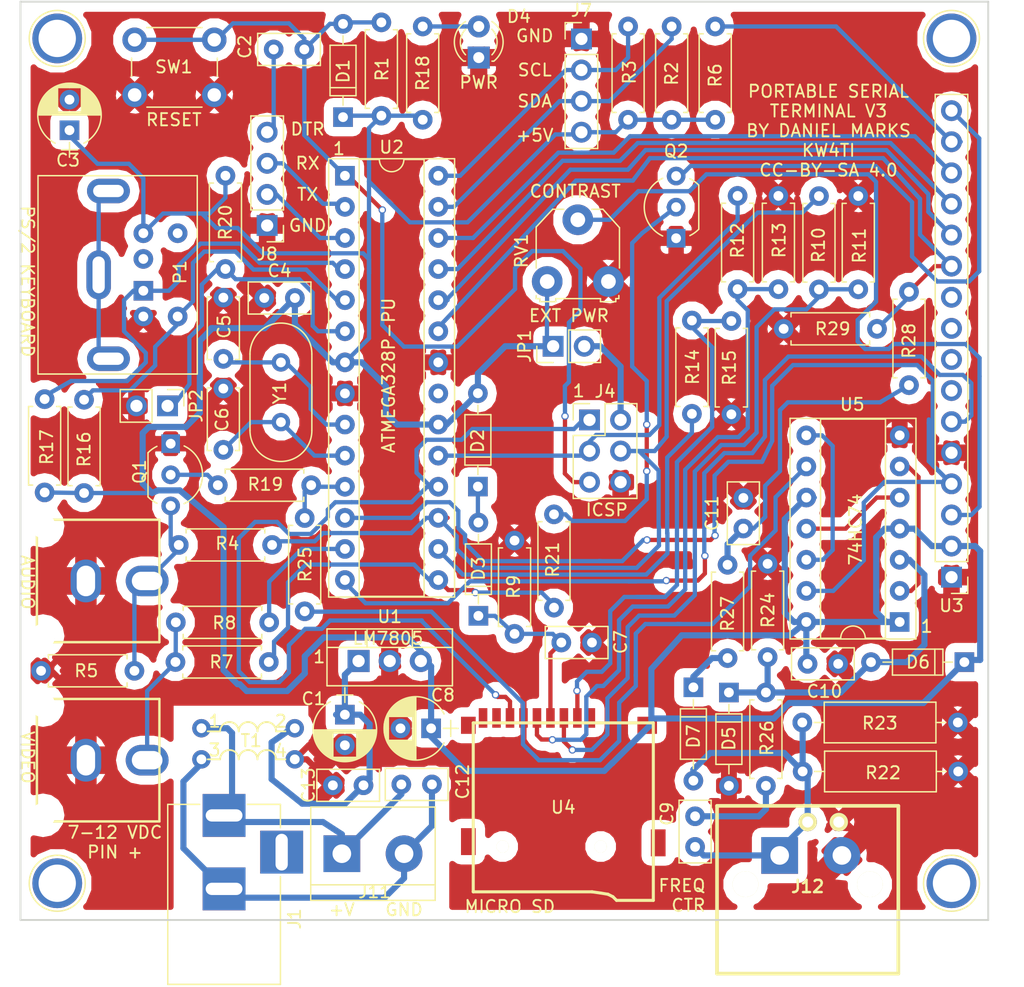
<source format=kicad_pcb>
(kicad_pcb (version 4) (host pcbnew 4.0.7)
  (layers (0 F.Cu signal) (31 B.Cu signal) (34 B.Paste user) (35 F.Paste user) (36 B.SilkS user) (37 F.SilkS user) (38 B.Mask user) (39 F.Mask user) (44 Edge.Cuts user))
  (net 0 "")
  (net 1 +12V)
  (net 2 GND)
  (net 3 RESET)
  (net 4 "Net-(C2-Pad2)")
  (net 5 +5V)
  (net 6 "Net-(C5-Pad2)")
  (net 7 "Net-(C6-Pad2)")
  (net 8 "Net-(C7-Pad1)")
  (net 9 "Net-(D2-Pad1)")
  (net 10 MISO)
  (net 11 "Net-(J4-Pad2)")
  (net 12 SCK)
  (net 13 MOSI)
  (net 14 SCL)
  (net 15 SDA)
  (net 16 TX)
  (net 17 RX)
  (net 18 "Net-(J9-Pad2)")
  (net 19 "Net-(J10-Pad2)")
  (net 20 "Net-(P1-Pad7)")
  (net 21 PS2DATA)
  (net 22 PS2CLK)
  (net 23 "Net-(R6-Pad2)")
  (net 24 "Net-(R8-Pad2)")
  (net 25 "Net-(R10-Pad1)")
  (net 26 "Net-(R12-Pad1)")
  (net 27 "Net-(R14-Pad1)")
  (net 28 CS)
  (net 29 "Net-(RV1-Pad2)")
  (net 30 DB4)
  (net 31 DB5)
  (net 32 DB6)
  (net 33 RS)
  (net 34 DB7)
  (net 35 E)
  (net 36 "Net-(D4-Pad2)")
  (net 37 "Net-(Q1-Pad2)")
  (net 38 MUTE)
  (net 39 "Net-(JP2-Pad1)")
  (net 40 "Net-(Q2-Pad2)")
  (net 41 "Net-(Q2-Pad3)")
  (net 42 "Net-(R21-Pad1)")
  (net 43 "Net-(C9-Pad1)")
  (net 44 "Net-(C9-Pad2)")
  (net 45 "Net-(R25-Pad2)")
  (net 46 "Net-(U5-Pad12)")
  (net 47 "Net-(U5-Pad2)")
  (net 48 "Net-(U5-Pad11)")
  (net 49 "Net-(D5-Pad1)")
  (net 50 "Net-(C11-Pad1)")
  (net 51 "Net-(D7-Pad1)")
  (net 52 "Net-(C12-Pad1)")
  (net 53 "Net-(C12-Pad2)")
  (module Resistors_THT:R_Axial_DIN0207_L6.3mm_D2.5mm_P7.62mm_Horizontal (layer F.Cu) (at 113.87 78.86 270)
    (fp_text reference R13 (at 3.63 -0.06 270) (layer F.SilkS))
    (fp_text value 1k)
    (pad 1 thru_hole circle (at 0 0 270) (size 1.6 1.6) (drill 0.8) (layers *.Cu *.Mask) (net 2 GND))
    (pad 2 thru_hole oval (at 7.62 0 270) (size 1.6 1.6) (drill 0.8) (layers *.Cu *.Mask) (net 26 "Net-(R12-Pad1)"))
  )
  (module Resistors_THT:R_Axial_DIN0207_L6.3mm_D2.5mm_P7.62mm_Horizontal (layer F.Cu) (at 92.33 107.01 270)
    (fp_text reference R9 (at 3.78 0.08 270) (layer F.SilkS))
    (fp_text value 1k)
    (pad 1 thru_hole circle (at 0 0 270) (size 1.6 1.6) (drill 0.8) (layers *.Cu *.Mask) (net 2 GND))
    (pad 2 thru_hole oval (at 7.62 0 270) (size 1.6 1.6) (drill 0.8) (layers *.Cu *.Mask) (net 8 "Net-(C7-Pad1)"))
  )
  (module Capacitors_THT:CP_Radial_D5.0mm_P2.50mm (layer F.Cu) (at 78.48 121.23 270)
    (fp_text reference C1 (at -1.3 2.56 360) (layer F.SilkS))
    (fp_text value "100 uF")
    (pad 1 thru_hole rect (at 0 0 270) (size 1.6 1.6) (drill 0.8) (layers *.Cu *.Mask) (net 1 +12V))
    (pad 2 thru_hole circle (at 2.5 0 270) (size 1.6 1.6) (drill 0.8) (layers *.Cu *.Mask) (net 2 GND))
  )
  (module Capacitors_THT:C_Disc_D5.0mm_W2.5mm_P2.50mm (layer F.Cu) (at 75.17 66.9 180)
    (fp_text reference C2 (at 4.86 0.22 270) (layer F.SilkS))
    (fp_text value "100 nF")
    (pad 1 thru_hole circle (at 0 0 180) (size 1.6 1.6) (drill 0.8) (layers *.Cu *.Mask) (net 3 RESET))
    (pad 2 thru_hole circle (at 2.5 0 180) (size 1.6 1.6) (drill 0.8) (layers *.Cu *.Mask) (net 4 "Net-(C2-Pad2)"))
  )
  (module Capacitors_THT:CP_Radial_D5.0mm_P2.50mm (layer F.Cu) (at 56 73.5 90)
    (fp_text reference C3 (at -2.446 -0.12 180) (layer F.SilkS))
    (fp_text value "100 uF")
    (pad 1 thru_hole rect (at 0 0 90) (size 1.6 1.6) (drill 0.8) (layers *.Cu *.Mask) (net 5 +5V))
    (pad 2 thru_hole circle (at 2.5 0 90) (size 1.6 1.6) (drill 0.8) (layers *.Cu *.Mask) (net 2 GND))
  )
  (module Capacitors_THT:C_Disc_D5.0mm_W2.5mm_P2.50mm (layer F.Cu) (at 74.4 87.2 180)
    (fp_text reference C4 (at 1.26 2.22 180) (layer F.SilkS))
    (fp_text value "100 nF")
    (pad 1 thru_hole circle (at 0 0 180) (size 1.6 1.6) (drill 0.8) (layers *.Cu *.Mask) (net 5 +5V))
    (pad 2 thru_hole circle (at 2.5 0 180) (size 1.6 1.6) (drill 0.8) (layers *.Cu *.Mask) (net 2 GND))
  )
  (module Capacitors_THT:C_Disc_D5.0mm_W2.5mm_P5.00mm (layer F.Cu) (at 68.56 87.17 270)
    (fp_text reference C5 (at 2.37 -0.06 270) (layer F.SilkS))
    (fp_text value "20 pF")
    (pad 1 thru_hole circle (at 0 0 270) (size 1.6 1.6) (drill 0.8) (layers *.Cu *.Mask) (net 2 GND))
    (pad 2 thru_hole circle (at 5 0 270) (size 1.6 1.6) (drill 0.8) (layers *.Cu *.Mask) (net 6 "Net-(C5-Pad2)"))
  )
  (module Capacitors_THT:C_Disc_D5.0mm_W2.5mm_P5.00mm (layer F.Cu) (at 68.56 94.6 270)
    (fp_text reference C6 (at 2.52 0.11 270) (layer F.SilkS))
    (fp_text value "20 pF")
    (pad 1 thru_hole circle (at 0 0 270) (size 1.6 1.6) (drill 0.8) (layers *.Cu *.Mask) (net 2 GND))
    (pad 2 thru_hole circle (at 5 0 270) (size 1.6 1.6) (drill 0.8) (layers *.Cu *.Mask) (net 7 "Net-(C6-Pad2)"))
  )
  (module Capacitors_THT:C_Disc_D5.0mm_W2.5mm_P2.50mm (layer F.Cu) (at 96.15 115.34)
    (fp_text reference C7 (at 4.84 -0.04 90) (layer F.SilkS))
    (fp_text value "100 nF")
    (pad 1 thru_hole circle (at 0 0) (size 1.6 1.6) (drill 0.8) (layers *.Cu *.Mask) (net 8 "Net-(C7-Pad1)"))
    (pad 2 thru_hole circle (at 2.5 0) (size 1.6 1.6) (drill 0.8) (layers *.Cu *.Mask) (net 2 GND))
  )
  (module Capacitors_THT:CP_Radial_D5.0mm_P2.50mm (layer F.Cu) (at 85.52 122.35 180)
    (fp_text reference C8 (at -0.96 2.71 360) (layer F.SilkS))
    (fp_text value "100 uF")
    (pad 1 thru_hole rect (at 0 0 180) (size 1.6 1.6) (drill 0.8) (layers *.Cu *.Mask) (net 5 +5V))
    (pad 2 thru_hole circle (at 2.5 0 180) (size 1.6 1.6) (drill 0.8) (layers *.Cu *.Mask) (net 2 GND))
  )
  (module Diodes_THT:D_DO-35_SOD27_P7.62mm_Horizontal (layer F.Cu) (at 78.33 72.43 90)
    (fp_text reference D1 (at 3.758 0.008 90) (layer F.SilkS))
    (fp_text value 1N4148)
    (pad 1 thru_hole rect (at 0 0 90) (size 1.6 1.6) (drill 0.8) (layers *.Cu *.Mask) (net 5 +5V))
    (pad 2 thru_hole oval (at 7.62 0 90) (size 1.6 1.6) (drill 0.8) (layers *.Cu *.Mask) (net 3 RESET))
  )
  (module Diodes_THT:D_DO-35_SOD27_P7.62mm_Horizontal (layer F.Cu) (at 89.34 102.6 90)
    (fp_text reference D2 (at 3.732 -0.026 90) (layer F.SilkS))
    (fp_text value 1N4148)
    (pad 1 thru_hole rect (at 0 0 90) (size 1.6 1.6) (drill 0.8) (layers *.Cu *.Mask) (net 9 "Net-(D2-Pad1)"))
    (pad 2 thru_hole oval (at 7.62 0 90) (size 1.6 1.6) (drill 0.8) (layers *.Cu *.Mask) (net 5 +5V))
  )
  (module Diodes_THT:D_DO-35_SOD27_P7.62mm_Horizontal (layer F.Cu) (at 89.38 113.16 90)
    (fp_text reference D3 (at 3.86 0 90) (layer F.SilkS))
    (fp_text value 1N4148)
    (pad 1 thru_hole rect (at 0 0 90) (size 1.6 1.6) (drill 0.8) (layers *.Cu *.Mask) (net 8 "Net-(C7-Pad1)"))
    (pad 2 thru_hole oval (at 7.62 0 90) (size 1.6 1.6) (drill 0.8) (layers *.Cu *.Mask) (net 9 "Net-(D2-Pad1)"))
  )
  (module Connectors:BARREL_JACK (layer F.Cu) (at 68.62 129.46 90)
    (fp_text reference J1 (at -8.45 5.75 270) (layer F.SilkS))
    (fp_text value Barrel_Jack)
    (pad 1 thru_hole rect (at 0 0 90) (size 3.5 3.5) (drill oval 1 3) (layers *.Cu *.Mask) (net 52 "Net-(C12-Pad1)"))
    (pad 2 thru_hole rect (at -6 0 90) (size 3.5 3.5) (drill oval 1 3) (layers *.Cu *.Mask) (net 53 "Net-(C12-Pad2)"))
    (pad 3 thru_hole rect (at -3 4.7 90) (size 3.5 3.5) (drill oval 3 1) (layers *.Cu *.Mask))
  )
  (module Connectors:1pin (layer F.Cu) (at 128 66)
    (fp_text reference J2 hide)
    (fp_text value Conn_01x01)
    (pad "" np_thru_hole circle (at 0 0) (size 4.064 4.064) (drill 3.048) (layers *.Cu *.Mask))
  )
  (module Connectors:1pin (layer F.Cu) (at 55 66)
    (fp_text reference J3 hide)
    (fp_text value Conn_01x01)
    (pad "" np_thru_hole circle (at 0 0) (size 4.064 4.064) (drill 3.048) (layers *.Cu *.Mask))
  )
  (module Pin_Headers:Pin_Header_Straight_2x03_Pitch2.54mm (layer F.Cu) (at 98.45 97.16)
    (fp_text reference J4 (at 1.27 -2.33) (layer F.SilkS))
    (fp_text value ICSP)
    (pad 1 thru_hole rect (at 0 0) (size 1.7 1.7) (drill 1) (layers *.Cu *.Mask) (net 10 MISO))
    (pad 2 thru_hole oval (at 2.54 0) (size 1.7 1.7) (drill 1) (layers *.Cu *.Mask) (net 11 "Net-(J4-Pad2)"))
    (pad 3 thru_hole oval (at 0 2.54) (size 1.7 1.7) (drill 1) (layers *.Cu *.Mask) (net 12 SCK))
    (pad 4 thru_hole oval (at 2.54 2.54) (size 1.7 1.7) (drill 1) (layers *.Cu *.Mask) (net 13 MOSI))
    (pad 5 thru_hole oval (at 0 5.08) (size 1.7 1.7) (drill 1) (layers *.Cu *.Mask) (net 3 RESET))
    (pad 6 thru_hole oval (at 2.54 5.08) (size 1.7 1.7) (drill 1) (layers *.Cu *.Mask) (net 2 GND))
  )
  (module Connectors:1pin (layer F.Cu) (at 128 135)
    (fp_text reference J5 hide)
    (fp_text value Conn_01x01)
    (pad "" np_thru_hole circle (at 0 0) (size 4.064 4.064) (drill 3.048) (layers *.Cu *.Mask))
  )
  (module Connectors:1pin (layer F.Cu) (at 55 135)
    (fp_text reference J6 hide)
    (fp_text value Conn_01x01)
    (pad "" np_thru_hole circle (at 0 0) (size 4.064 4.064) (drill 3.048) (layers *.Cu *.Mask))
  )
  (module Pin_Headers:Pin_Header_Straight_1x04_Pitch2.54mm (layer F.Cu) (at 97.79 66.04)
    (fp_text reference J7 (at 0 -2.33) (layer F.SilkS))
    (fp_text value Conn_01x04)
    (pad 1 thru_hole rect (at 0 0) (size 1.7 1.7) (drill 1) (layers *.Cu *.Mask) (net 2 GND))
    (pad 2 thru_hole oval (at 0 2.54) (size 1.7 1.7) (drill 1) (layers *.Cu *.Mask) (net 14 SCL))
    (pad 3 thru_hole oval (at 0 5.08) (size 1.7 1.7) (drill 1) (layers *.Cu *.Mask) (net 15 SDA))
    (pad 4 thru_hole oval (at 0 7.62) (size 1.7 1.7) (drill 1) (layers *.Cu *.Mask) (net 5 +5V))
  )
  (module Pin_Headers:Pin_Header_Straight_1x04_Pitch2.54mm (layer F.Cu) (at 72.136 81.28 180)
    (fp_text reference J8 (at 0 -2.33 180) (layer F.SilkS))
    (fp_text value Conn_01x04)
    (pad 1 thru_hole rect (at 0 0 180) (size 1.7 1.7) (drill 1) (layers *.Cu *.Mask) (net 2 GND))
    (pad 2 thru_hole oval (at 0 2.54 180) (size 1.7 1.7) (drill 1) (layers *.Cu *.Mask) (net 16 TX))
    (pad 3 thru_hole oval (at 0 5.08 180) (size 1.7 1.7) (drill 1) (layers *.Cu *.Mask) (net 17 RX))
    (pad 4 thru_hole oval (at 0 7.62 180) (size 1.7 1.7) (drill 1) (layers *.Cu *.Mask) (net 4 "Net-(C2-Pad2)"))
  )
  (module PortableTerminal:RCAConnectorCommon (layer F.Cu) (at 58.34 110.31 90)
    (fp_text reference J9 hide)
    (fp_text value RCAJack)
    (pad "" np_thru_hole oval (at -4.5 -4.5 90) (size 2 2) (drill oval 2) (layers *.Cu *.Mask))
    (pad "" np_thru_hole oval (at 4.5 -4.5 90) (size 2 2) (drill oval 2) (layers *.Cu *.Mask))
    (pad 1 thru_hole oval (at 0 -1 90) (size 3.5 2.5) (drill oval 2.5 1.5) (layers *.Cu *.Mask) (net 2 GND))
    (pad 2 thru_hole oval (at 0 4 90) (size 2.5 3.5) (drill oval 1.5 2.5) (layers *.Cu *.Mask) (net 18 "Net-(J9-Pad2)"))
  )
  (module PortableTerminal:RCAConnectorCommon (layer F.Cu) (at 58.34 124.95 90)
    (fp_text reference J10 hide)
    (fp_text value RCAJack)
    (pad "" np_thru_hole oval (at -4.5 -4.5 90) (size 2 2) (drill oval 2) (layers *.Cu *.Mask))
    (pad "" np_thru_hole oval (at 4.5 -4.5 90) (size 2 2) (drill oval 2) (layers *.Cu *.Mask))
    (pad 1 thru_hole oval (at 0 -1 90) (size 3.5 2.5) (drill oval 2.5 1.5) (layers *.Cu *.Mask) (net 2 GND))
    (pad 2 thru_hole oval (at 0 4 90) (size 2.5 3.5) (drill oval 1.5 2.5) (layers *.Cu *.Mask) (net 19 "Net-(J10-Pad2)"))
  )
  (module Pin_Headers:Pin_Header_Straight_1x02_Pitch2.54mm (layer F.Cu) (at 95.48 91.14 90)
    (fp_text reference JP1 (at 0 -2.33 90) (layer F.SilkS))
    (fp_text value PWR)
    (pad 1 thru_hole rect (at 0 0 90) (size 1.7 1.7) (drill 1) (layers *.Cu *.Mask) (net 5 +5V))
    (pad 2 thru_hole oval (at 0 2.54 90) (size 1.7 1.7) (drill 1) (layers *.Cu *.Mask) (net 11 "Net-(J4-Pad2)"))
  )
  (module PortableTerminal:Connector_Mini-DIN_Female_6Pin_2rows (layer F.Cu) (at 62.03 86.61 270)
    (fp_text reference P1 (at -1.52 -2.994 270) (layer F.SilkS))
    (fp_text value Mini-DIN_6pins_ver4)
    (pad 7 thru_hole oval (at -8.15 2.85 270) (size 2 3.5) (drill oval 1 2.5) (layers *.Cu *.Mask) (net 20 "Net-(P1-Pad7)"))
    (pad 7 thru_hole oval (at 5.55 2.85 270) (size 2 3.5) (drill oval 1 2.5) (layers *.Cu *.Mask) (net 20 "Net-(P1-Pad7)"))
    (pad 1 thru_hole rect (at 0 0 270) (size 1.6 1.6) (drill 0.8) (layers *.Cu *.Mask) (net 21 PS2DATA))
    (pad 2 thru_hole circle (at -2.6 0 270) (size 1.6 1.6) (drill 0.8) (layers *.Cu *.Mask))
    (pad 3 thru_hole circle (at 2.1 0 270) (size 1.6 1.6) (drill 0.8) (layers *.Cu *.Mask) (net 2 GND))
    (pad 4 thru_hole circle (at -4.7 0 270) (size 1.6 1.6) (drill 0.8) (layers *.Cu *.Mask) (net 5 +5V))
    (pad 5 thru_hole circle (at 2.1 -2.8 270) (size 1.6 1.6) (drill 0.8) (layers *.Cu *.Mask) (net 22 PS2CLK))
    (pad 6 thru_hole circle (at -4.7 -2.8 270) (size 1.6 1.6) (drill 0.8) (layers *.Cu *.Mask))
    (pad 7 thru_hole oval (at -1.3 3.65 270) (size 4 2) (drill oval 3 1) (layers *.Cu *.Mask) (net 20 "Net-(P1-Pad7)"))
  )
  (module Resistors_THT:R_Axial_DIN0207_L6.3mm_D2.5mm_P7.62mm_Horizontal (layer F.Cu) (at 81.46 64.69 270)
    (fp_text reference R1 (at 3.82 -0.05 270) (layer F.SilkS))
    (fp_text value 10k)
    (pad 1 thru_hole circle (at 0 0 270) (size 1.6 1.6) (drill 0.8) (layers *.Cu *.Mask) (net 3 RESET))
    (pad 2 thru_hole oval (at 7.62 0 270) (size 1.6 1.6) (drill 0.8) (layers *.Cu *.Mask) (net 5 +5V))
  )
  (module Resistors_THT:R_Axial_DIN0207_L6.3mm_D2.5mm_P7.62mm_Horizontal (layer F.Cu) (at 105.156 65.024 270)
    (fp_text reference R2 (at 3.85 0 270) (layer F.SilkS))
    (fp_text value 10k)
    (pad 1 thru_hole circle (at 0 0 270) (size 1.6 1.6) (drill 0.8) (layers *.Cu *.Mask) (net 15 SDA))
    (pad 2 thru_hole oval (at 7.62 0 270) (size 1.6 1.6) (drill 0.8) (layers *.Cu *.Mask) (net 5 +5V))
  )
  (module Resistors_THT:R_Axial_DIN0207_L6.3mm_D2.5mm_P7.62mm_Horizontal (layer F.Cu) (at 101.6 65.024 270)
    (fp_text reference R3 (at 3.74 -0.11 270) (layer F.SilkS))
    (fp_text value 10k)
    (pad 1 thru_hole circle (at 0 0 270) (size 1.6 1.6) (drill 0.8) (layers *.Cu *.Mask) (net 14 SCL))
    (pad 2 thru_hole oval (at 7.62 0 270) (size 1.6 1.6) (drill 0.8) (layers *.Cu *.Mask) (net 5 +5V))
  )
  (module Resistors_THT:R_Axial_DIN0207_L6.3mm_D2.5mm_P7.62mm_Horizontal (layer F.Cu) (at 64.92 107.37)
    (fp_text reference R4 (at 3.96 -0.11) (layer F.SilkS))
    (fp_text value 1k)
    (pad 1 thru_hole circle (at 0 0) (size 1.6 1.6) (drill 0.8) (layers *.Cu *.Mask) (net 18 "Net-(J9-Pad2)"))
    (pad 2 thru_hole oval (at 7.62 0) (size 1.6 1.6) (drill 0.8) (layers *.Cu *.Mask) (net 13 MOSI))
  )
  (module Resistors_THT:R_Axial_DIN0207_L6.3mm_D2.5mm_P7.62mm_Horizontal (layer F.Cu) (at 53.68 117.65)
    (fp_text reference R5 (at 3.69 0) (layer F.SilkS))
    (fp_text value 1k)
    (pad 1 thru_hole circle (at 0 0) (size 1.6 1.6) (drill 0.8) (layers *.Cu *.Mask) (net 2 GND))
    (pad 2 thru_hole oval (at 7.62 0) (size 1.6 1.6) (drill 0.8) (layers *.Cu *.Mask) (net 18 "Net-(J9-Pad2)"))
  )
  (module Resistors_THT:R_Axial_DIN0207_L6.3mm_D2.5mm_P7.62mm_Horizontal (layer F.Cu) (at 108.712 72.644 90)
    (fp_text reference R6 (at 3.63 0 90) (layer F.SilkS))
    (fp_text value 150R)
    (pad 1 thru_hole circle (at 0 0 90) (size 1.6 1.6) (drill 0.8) (layers *.Cu *.Mask) (net 5 +5V))
    (pad 2 thru_hole oval (at 7.62 0 90) (size 1.6 1.6) (drill 0.8) (layers *.Cu *.Mask) (net 23 "Net-(R6-Pad2)"))
  )
  (module Resistors_THT:R_Axial_DIN0207_L6.3mm_D2.5mm_P7.62mm_Horizontal (layer F.Cu) (at 64.65 116.93)
    (fp_text reference R7 (at 3.75 0) (layer F.SilkS))
    (fp_text value 1k)
    (pad 1 thru_hole circle (at 0 0) (size 1.6 1.6) (drill 0.8) (layers *.Cu *.Mask) (net 19 "Net-(J10-Pad2)"))
    (pad 2 thru_hole oval (at 7.62 0) (size 1.6 1.6) (drill 0.8) (layers *.Cu *.Mask) (net 42 "Net-(R21-Pad1)"))
  )
  (module Resistors_THT:R_Axial_DIN0207_L6.3mm_D2.5mm_P7.62mm_Horizontal (layer F.Cu) (at 64.68 113.69)
    (fp_text reference R8 (at 3.96 0.05) (layer F.SilkS))
    (fp_text value 470R)
    (pad 1 thru_hole circle (at 0 0) (size 1.6 1.6) (drill 0.8) (layers *.Cu *.Mask) (net 19 "Net-(J10-Pad2)"))
    (pad 2 thru_hole oval (at 7.62 0) (size 1.6 1.6) (drill 0.8) (layers *.Cu *.Mask) (net 24 "Net-(R8-Pad2)"))
  )
  (module Resistors_THT:R_Axial_DIN0207_L6.3mm_D2.5mm_P7.62mm_Horizontal (layer F.Cu) (at 117.18 86.5 90)
    (fp_text reference R10 (at 3.62 -0.04 90) (layer F.SilkS))
    (fp_text value 470R)
    (pad 1 thru_hole circle (at 0 0 90) (size 1.6 1.6) (drill 0.8) (layers *.Cu *.Mask) (net 25 "Net-(R10-Pad1)"))
    (pad 2 thru_hole oval (at 7.62 0 90) (size 1.6 1.6) (drill 0.8) (layers *.Cu *.Mask) (net 13 MOSI))
  )
  (module Resistors_THT:R_Axial_DIN0207_L6.3mm_D2.5mm_P7.62mm_Horizontal (layer F.Cu) (at 120.39 78.87 270)
    (fp_text reference R11 (at 4.05 -0.09 270) (layer F.SilkS))
    (fp_text value 1k)
    (pad 1 thru_hole circle (at 0 0 270) (size 1.6 1.6) (drill 0.8) (layers *.Cu *.Mask) (net 2 GND))
    (pad 2 thru_hole oval (at 7.62 0 270) (size 1.6 1.6) (drill 0.8) (layers *.Cu *.Mask) (net 25 "Net-(R10-Pad1)"))
  )
  (module Resistors_THT:R_Axial_DIN0207_L6.3mm_D2.5mm_P7.62mm_Horizontal (layer F.Cu) (at 110.54 86.48 90)
    (fp_text reference R12 (at 3.97 -0.01 90) (layer F.SilkS))
    (fp_text value 470R)
    (pad 1 thru_hole circle (at 0 0 90) (size 1.6 1.6) (drill 0.8) (layers *.Cu *.Mask) (net 26 "Net-(R12-Pad1)"))
    (pad 2 thru_hole oval (at 7.62 0 90) (size 1.6 1.6) (drill 0.8) (layers *.Cu *.Mask) (net 12 SCK))
  )
  (module Resistors_THT:R_Axial_DIN0207_L6.3mm_D2.5mm_P7.62mm_Horizontal (layer F.Cu) (at 106.81 89.04 270)
    (fp_text reference R14 (at 3.8 -0.06 270) (layer F.SilkS))
    (fp_text value 470R)
    (pad 1 thru_hole circle (at 0 0 270) (size 1.6 1.6) (drill 0.8) (layers *.Cu *.Mask) (net 27 "Net-(R14-Pad1)"))
    (pad 2 thru_hole oval (at 7.62 0 270) (size 1.6 1.6) (drill 0.8) (layers *.Cu *.Mask) (net 28 CS))
  )
  (module Resistors_THT:R_Axial_DIN0207_L6.3mm_D2.5mm_P7.62mm_Horizontal (layer F.Cu) (at 110.03 96.7 90)
    (fp_text reference R15 (at 3.8 -0.16 90) (layer F.SilkS))
    (fp_text value 1k)
    (pad 1 thru_hole circle (at 0 0 90) (size 1.6 1.6) (drill 0.8) (layers *.Cu *.Mask) (net 2 GND))
    (pad 2 thru_hole oval (at 7.62 0 90) (size 1.6 1.6) (drill 0.8) (layers *.Cu *.Mask) (net 27 "Net-(R14-Pad1)"))
  )
  (module Resistors_THT:R_Axial_DIN0207_L6.3mm_D2.5mm_P7.62mm_Horizontal (layer F.Cu) (at 57.19 103.13 90)
    (fp_text reference R16 (at 3.57 0 90) (layer F.SilkS))
    (fp_text value 10k)
    (pad 1 thru_hole circle (at 0 0 90) (size 1.6 1.6) (drill 0.8) (layers *.Cu *.Mask) (net 5 +5V))
    (pad 2 thru_hole oval (at 7.62 0 90) (size 1.6 1.6) (drill 0.8) (layers *.Cu *.Mask) (net 22 PS2CLK))
  )
  (module Resistors_THT:R_Axial_DIN0207_L6.3mm_D2.5mm_P7.62mm_Horizontal (layer F.Cu) (at 53.97 95.46 270)
    (fp_text reference R17 (at 3.92 -0.17 270) (layer F.SilkS))
    (fp_text value 10k)
    (pad 1 thru_hole circle (at 0 0 270) (size 1.6 1.6) (drill 0.8) (layers *.Cu *.Mask) (net 21 PS2DATA))
    (pad 2 thru_hole oval (at 7.62 0 270) (size 1.6 1.6) (drill 0.8) (layers *.Cu *.Mask) (net 5 +5V))
  )
  (module Potentiometers:Potentiometer_Triwood_RM-065 (layer F.Cu) (at 94.996 85.852)
    (fp_text reference RV1 (at -2.1 -2.5 90) (layer F.SilkS))
    (fp_text value POT)
    (pad 2 thru_hole circle (at 2.5 -5.04) (size 2.5 2.5) (drill 1.2) (layers *.Cu *.Mask) (net 29 "Net-(RV1-Pad2)"))
    (pad 3 thru_hole circle (at 5 0) (size 2.5 2.5) (drill 1.2) (layers *.Cu *.Mask) (net 2 GND))
    (pad 1 thru_hole circle (at 0 0) (size 2.5 2.5) (drill 1.2) (layers *.Cu *.Mask) (net 5 +5V))
  )
  (module Buttons_Switches_THT:SW_PUSH_6mm (layer F.Cu) (at 67.818 70.612 180)
    (fp_text reference SW1 (at 3.302 2.286 180) (layer F.SilkS))
    (fp_text value SW_Push)
    (pad 2 thru_hole circle (at 0 4.5 270) (size 2 2) (drill 1.1) (layers *.Cu *.Mask) (net 3 RESET))
    (pad 1 thru_hole circle (at 0 0 270) (size 2 2) (drill 1.1) (layers *.Cu *.Mask) (net 2 GND))
    (pad 2 thru_hole circle (at 6.5 4.5 270) (size 2 2) (drill 1.1) (layers *.Cu *.Mask) (net 3 RESET))
    (pad 1 thru_hole circle (at 6.5 0 270) (size 2 2) (drill 1.1) (layers *.Cu *.Mask) (net 2 GND))
  )
  (module TO_SOT_Packages_THT:TO-220-3_Vertical (layer F.Cu) (at 79.6 116.85)
    (fp_text reference U1 (at 2.54 -3.62) (layer F.SilkS))
    (fp_text value LM7805_TO220)
    (pad 1 thru_hole rect (at 0 0) (size 1.8 1.8) (drill 1) (layers *.Cu *.Mask) (net 1 +12V))
    (pad 2 thru_hole oval (at 2.54 0) (size 1.8 1.8) (drill 1) (layers *.Cu *.Mask) (net 2 GND))
    (pad 3 thru_hole oval (at 5.08 0) (size 1.8 1.8) (drill 1) (layers *.Cu *.Mask) (net 5 +5V))
  )
  (module Housings_DIP:DIP-28_W7.62mm_Socket (layer F.Cu) (at 78.486 77.216)
    (fp_text reference U2 (at 3.81 -2.33) (layer F.SilkS))
    (fp_text value ATMEGA328P-PU)
    (pad 1 thru_hole rect (at 0 0) (size 1.6 1.6) (drill 0.8) (layers *.Cu *.Mask) (net 3 RESET))
    (pad 15 thru_hole oval (at 7.62 33.02) (size 1.6 1.6) (drill 0.8) (layers *.Cu *.Mask) (net 42 "Net-(R21-Pad1)"))
    (pad 2 thru_hole oval (at 0 2.54) (size 1.6 1.6) (drill 0.8) (layers *.Cu *.Mask) (net 17 RX))
    (pad 16 thru_hole oval (at 7.62 30.48) (size 1.6 1.6) (drill 0.8) (layers *.Cu *.Mask) (net 28 CS))
    (pad 3 thru_hole oval (at 0 5.08) (size 1.6 1.6) (drill 0.8) (layers *.Cu *.Mask) (net 16 TX))
    (pad 17 thru_hole oval (at 7.62 27.94) (size 1.6 1.6) (drill 0.8) (layers *.Cu *.Mask) (net 13 MOSI))
    (pad 4 thru_hole oval (at 0 7.62) (size 1.6 1.6) (drill 0.8) (layers *.Cu *.Mask) (net 21 PS2DATA))
    (pad 18 thru_hole oval (at 7.62 25.4) (size 1.6 1.6) (drill 0.8) (layers *.Cu *.Mask) (net 10 MISO))
    (pad 5 thru_hole oval (at 0 10.16) (size 1.6 1.6) (drill 0.8) (layers *.Cu *.Mask) (net 22 PS2CLK))
    (pad 19 thru_hole oval (at 7.62 22.86) (size 1.6 1.6) (drill 0.8) (layers *.Cu *.Mask) (net 12 SCK))
    (pad 6 thru_hole oval (at 0 12.7) (size 1.6 1.6) (drill 0.8) (layers *.Cu *.Mask) (net 39 "Net-(JP2-Pad1)"))
    (pad 20 thru_hole oval (at 7.62 20.32) (size 1.6 1.6) (drill 0.8) (layers *.Cu *.Mask) (net 5 +5V))
    (pad 7 thru_hole oval (at 0 15.24) (size 1.6 1.6) (drill 0.8) (layers *.Cu *.Mask) (net 5 +5V))
    (pad 21 thru_hole oval (at 7.62 17.78) (size 1.6 1.6) (drill 0.8) (layers *.Cu *.Mask))
    (pad 8 thru_hole oval (at 0 17.78) (size 1.6 1.6) (drill 0.8) (layers *.Cu *.Mask) (net 2 GND))
    (pad 22 thru_hole oval (at 7.62 15.24) (size 1.6 1.6) (drill 0.8) (layers *.Cu *.Mask) (net 2 GND))
    (pad 9 thru_hole oval (at 0 20.32) (size 1.6 1.6) (drill 0.8) (layers *.Cu *.Mask) (net 6 "Net-(C5-Pad2)"))
    (pad 23 thru_hole oval (at 7.62 12.7) (size 1.6 1.6) (drill 0.8) (layers *.Cu *.Mask) (net 30 DB4))
    (pad 10 thru_hole oval (at 0 22.86) (size 1.6 1.6) (drill 0.8) (layers *.Cu *.Mask) (net 7 "Net-(C6-Pad2)"))
    (pad 24 thru_hole oval (at 7.62 10.16) (size 1.6 1.6) (drill 0.8) (layers *.Cu *.Mask) (net 31 DB5))
    (pad 11 thru_hole oval (at 0 25.4) (size 1.6 1.6) (drill 0.8) (layers *.Cu *.Mask) (net 38 MUTE))
    (pad 25 thru_hole oval (at 7.62 7.62) (size 1.6 1.6) (drill 0.8) (layers *.Cu *.Mask) (net 32 DB6))
    (pad 12 thru_hole oval (at 0 27.94) (size 1.6 1.6) (drill 0.8) (layers *.Cu *.Mask) (net 33 RS))
    (pad 26 thru_hole oval (at 7.62 5.08) (size 1.6 1.6) (drill 0.8) (layers *.Cu *.Mask) (net 34 DB7))
    (pad 13 thru_hole oval (at 0 30.48) (size 1.6 1.6) (drill 0.8) (layers *.Cu *.Mask) (net 24 "Net-(R8-Pad2)"))
    (pad 27 thru_hole oval (at 7.62 2.54) (size 1.6 1.6) (drill 0.8) (layers *.Cu *.Mask) (net 15 SDA))
    (pad 14 thru_hole oval (at 0 33.02) (size 1.6 1.6) (drill 0.8) (layers *.Cu *.Mask) (net 35 E))
    (pad 28 thru_hole oval (at 7.62 0) (size 1.6 1.6) (drill 0.8) (layers *.Cu *.Mask) (net 14 SCL))
  )
  (module Pin_Headers:Pin_Header_Straight_1x16_Pitch2.54mm (layer F.Cu) (at 128 110 180)
    (fp_text reference U3 (at 0 -2.33 180) (layer F.SilkS))
    (fp_text value LCD-016N002L)
    (pad 1 thru_hole rect (at 0 0 180) (size 1.7 1.7) (drill 1) (layers *.Cu *.Mask) (net 2 GND))
    (pad 2 thru_hole oval (at 0 2.54 180) (size 1.7 1.7) (drill 1) (layers *.Cu *.Mask) (net 5 +5V))
    (pad 3 thru_hole oval (at 0 5.08 180) (size 1.7 1.7) (drill 1) (layers *.Cu *.Mask) (net 29 "Net-(RV1-Pad2)"))
    (pad 4 thru_hole oval (at 0 7.62 180) (size 1.7 1.7) (drill 1) (layers *.Cu *.Mask) (net 33 RS))
    (pad 5 thru_hole oval (at 0 10.16 180) (size 1.7 1.7) (drill 1) (layers *.Cu *.Mask) (net 2 GND))
    (pad 6 thru_hole oval (at 0 12.7 180) (size 1.7 1.7) (drill 1) (layers *.Cu *.Mask) (net 35 E))
    (pad 7 thru_hole oval (at 0 15.24 180) (size 1.7 1.7) (drill 1) (layers *.Cu *.Mask))
    (pad 8 thru_hole oval (at 0 17.78 180) (size 1.7 1.7) (drill 1) (layers *.Cu *.Mask))
    (pad 9 thru_hole oval (at 0 20.32 180) (size 1.7 1.7) (drill 1) (layers *.Cu *.Mask))
    (pad 10 thru_hole oval (at 0 22.86 180) (size 1.7 1.7) (drill 1) (layers *.Cu *.Mask))
    (pad 11 thru_hole oval (at 0 25.4 180) (size 1.7 1.7) (drill 1) (layers *.Cu *.Mask) (net 30 DB4))
    (pad 12 thru_hole oval (at 0 27.94 180) (size 1.7 1.7) (drill 1) (layers *.Cu *.Mask) (net 31 DB5))
    (pad 13 thru_hole oval (at 0 30.48 180) (size 1.7 1.7) (drill 1) (layers *.Cu *.Mask) (net 32 DB6))
    (pad 14 thru_hole oval (at 0 33.02 180) (size 1.7 1.7) (drill 1) (layers *.Cu *.Mask) (net 34 DB7))
    (pad 15 thru_hole oval (at 0 35.56 180) (size 1.7 1.7) (drill 1) (layers *.Cu *.Mask) (net 23 "Net-(R6-Pad2)"))
    (pad 16 thru_hole oval (at 0 38.1 180) (size 1.7 1.7) (drill 1) (layers *.Cu *.Mask) (net 41 "Net-(Q2-Pad3)"))
  )
  (module PortableTerminal:GCT-MEM2055-00-190-01-A (layer F.Cu) (at 96.31 120.7 180)
    (fp_text reference U4 (at 0 -8.1 180) (layer F.SilkS))
    (fp_text value MicroSD_SPI_CD)
    (pad 8 smd rect (at 5.45 -0.8 180) (size 0.7 1.6) (layers F.Cu F.Paste F.Mask))
    (pad 7 smd rect (at 4.35 -0.8 180) (size 0.7 1.6) (layers F.Cu F.Paste F.Mask) (net 10 MISO))
    (pad 6 smd rect (at 3.25 -0.8 180) (size 0.7 1.6) (layers F.Cu F.Paste F.Mask) (net 2 GND))
    (pad 5 smd rect (at 2.15 -0.8 180) (size 0.7 1.6) (layers F.Cu F.Paste F.Mask) (net 26 "Net-(R12-Pad1)"))
    (pad 4 smd rect (at 1.05 -0.8 180) (size 0.7 1.6) (layers F.Cu F.Paste F.Mask) (net 8 "Net-(C7-Pad1)"))
    (pad 3 smd rect (at -0.05 -0.8 180) (size 0.7 1.6) (layers F.Cu F.Paste F.Mask) (net 25 "Net-(R10-Pad1)"))
    (pad 2 smd rect (at -1.15 -0.8 180) (size 0.7 1.6) (layers F.Cu F.Paste F.Mask) (net 27 "Net-(R14-Pad1)"))
    (pad 1 smd rect (at -2.25 -0.8 180) (size 0.7 1.6) (layers F.Cu F.Paste F.Mask))
    (pad 10 smd rect (at 7.75 -1.4 180) (size 1.2 1.4) (layers F.Cu F.Paste F.Mask))
    (pad "" smd rect (at -6.85 -1.4 180) (size 1.6 1.4) (layers F.Cu F.Paste F.Mask))
    (pad ~ smd rect (at -7.75 -11) (size 1.2 2.2) (layers F.Cu F.Paste F.Mask))
    (pad "" smd rect (at 7.75 -10.9) (size 1.2 2.2) (layers F.Cu F.Paste F.Mask))
    (pad 9 smd rect (at 6.55 -0.8 180) (size 0.7 1.6) (layers F.Cu F.Paste F.Mask))
    (pad "" np_thru_hole circle (at 4.95 -11.3) (size 1 1) (drill 1) (layers *.Cu *.Mask F.SilkS))
    (pad "" np_thru_hole circle (at -3.05 -11.3) (size 1 1) (drill 1) (layers *.Cu *.Mask F.SilkS))
  )
  (module Crystals:Crystal_HC49-U_Vertical (layer F.Cu) (at 73.26 97.34 90)
    (fp_text reference Y1 (at 2.38 -0.1 90) (layer F.SilkS))
    (fp_text value Crystal)
    (pad 1 thru_hole circle (at 0 0 90) (size 1.5 1.5) (drill 0.8) (layers *.Cu *.Mask) (net 7 "Net-(C6-Pad2)"))
    (pad 2 thru_hole circle (at 4.88 0 90) (size 1.5 1.5) (drill 0.8) (layers *.Cu *.Mask) (net 6 "Net-(C5-Pad2)"))
  )
  (module LEDs:LED_D3.0mm (layer F.Cu) (at 89.408 67.564 90)
    (fp_text reference D4 (at 3.354 3.272 180) (layer F.SilkS))
    (fp_text value LED)
    (pad 1 thru_hole rect (at 0 0 90) (size 1.8 1.8) (drill 0.9) (layers *.Cu *.Mask) (net 2 GND))
    (pad 2 thru_hole circle (at 2.54 0 90) (size 1.8 1.8) (drill 0.9) (layers *.Cu *.Mask) (net 36 "Net-(D4-Pad2)"))
  )
  (module Resistors_THT:R_Axial_DIN0207_L6.3mm_D2.5mm_P7.62mm_Horizontal (layer F.Cu) (at 84.836 65.024 270)
    (fp_text reference R18 (at 3.81 0 270) (layer F.SilkS))
    (fp_text value 1k)
    (pad 1 thru_hole circle (at 0 0 270) (size 1.6 1.6) (drill 0.8) (layers *.Cu *.Mask) (net 36 "Net-(D4-Pad2)"))
    (pad 2 thru_hole oval (at 7.62 0 270) (size 1.6 1.6) (drill 0.8) (layers *.Cu *.Mask) (net 5 +5V))
  )
  (module TO_SOT_Packages_THT:TO-92_Inline_Wide (layer F.Cu) (at 64.26 99.1 270)
    (fp_text reference Q1 (at 2.286 2.54 450) (layer F.SilkS))
    (fp_text value 2N3904)
    (pad 2 thru_hole circle (at 2.54 0) (size 1.52 1.52) (drill 0.8) (layers *.Cu *.Mask) (net 37 "Net-(Q1-Pad2)"))
    (pad 3 thru_hole circle (at 5.08 0) (size 1.52 1.52) (drill 0.8) (layers *.Cu *.Mask) (net 18 "Net-(J9-Pad2)"))
    (pad 1 thru_hole rect (at 0 0) (size 1.52 1.52) (drill 0.8) (layers *.Cu *.Mask) (net 2 GND))
  )
  (module Resistors_THT:R_Axial_DIN0207_L6.3mm_D2.5mm_P7.62mm_Horizontal (layer F.Cu) (at 68.11 102.49)
    (fp_text reference R19 (at 3.88 -0.07) (layer F.SilkS))
    (fp_text value 10k)
    (pad 1 thru_hole circle (at 0 0) (size 1.6 1.6) (drill 0.8) (layers *.Cu *.Mask) (net 37 "Net-(Q1-Pad2)"))
    (pad 2 thru_hole oval (at 7.62 0) (size 1.6 1.6) (drill 0.8) (layers *.Cu *.Mask) (net 38 MUTE))
  )
  (module Pin_Headers:Pin_Header_Straight_1x02_Pitch2.54mm (layer F.Cu) (at 64.008 96.012 270)
    (fp_text reference JP2 (at 0 -2.33 270) (layer F.SilkS))
    (fp_text value PWR)
    (pad 1 thru_hole rect (at 0 0 270) (size 1.7 1.7) (drill 1) (layers *.Cu *.Mask) (net 39 "Net-(JP2-Pad1)"))
    (pad 2 thru_hole oval (at 0 2.54 270) (size 1.7 1.7) (drill 1) (layers *.Cu *.Mask) (net 2 GND))
  )
  (module Resistors_THT:R_Axial_DIN0207_L6.3mm_D2.5mm_P7.62mm_Horizontal (layer F.Cu) (at 68.73 84.83 90)
    (fp_text reference R20 (at 3.81 0 90) (layer F.SilkS))
    (fp_text value 10k)
    (pad 1 thru_hole circle (at 0 0 90) (size 1.6 1.6) (drill 0.8) (layers *.Cu *.Mask) (net 39 "Net-(JP2-Pad1)"))
    (pad 2 thru_hole oval (at 7.62 0 90) (size 1.6 1.6) (drill 0.8) (layers *.Cu *.Mask) (net 5 +5V))
  )
  (module Connectors_Terminal_Blocks:TerminalBlock_bornier-2_P5.08mm (layer F.Cu) (at 78.232 132.588)
    (fp_text reference J11 (at 2.678 3.112 180) (layer F.SilkS))
    (fp_text value Conn_01x02)
    (pad 1 thru_hole rect (at 0 0) (size 3 3) (drill 1.52) (layers *.Cu *.Mask) (net 52 "Net-(C12-Pad1)"))
    (pad 2 thru_hole circle (at 5.08 0) (size 3 3) (drill 1.52) (layers *.Cu *.Mask) (net 53 "Net-(C12-Pad2)"))
  )
  (module TO_SOT_Packages_THT:TO-92_Inline_Wide (layer F.Cu) (at 105.52 82.32 90)
    (fp_text reference Q2 (at 7.112 0 360) (layer F.SilkS))
    (fp_text value 2N3904)
    (pad 2 thru_hole circle (at 2.54 0 180) (size 1.52 1.52) (drill 0.8) (layers *.Cu *.Mask) (net 40 "Net-(Q2-Pad2)"))
    (pad 3 thru_hole circle (at 5.08 0 180) (size 1.52 1.52) (drill 0.8) (layers *.Cu *.Mask) (net 41 "Net-(Q2-Pad3)"))
    (pad 1 thru_hole rect (at 0 0 180) (size 1.52 1.52) (drill 0.8) (layers *.Cu *.Mask) (net 2 GND))
  )
  (module Resistors_THT:R_Axial_DIN0207_L6.3mm_D2.5mm_P7.62mm_Horizontal (layer F.Cu) (at 95.55 112.49 90)
    (fp_text reference R21 (at 3.92 -0.11 90) (layer F.SilkS))
    (fp_text value 10k)
    (pad 1 thru_hole circle (at 0 0 90) (size 1.6 1.6) (drill 0.8) (layers *.Cu *.Mask) (net 42 "Net-(R21-Pad1)"))
    (pad 2 thru_hole oval (at 7.62 0 90) (size 1.6 1.6) (drill 0.8) (layers *.Cu *.Mask) (net 40 "Net-(Q2-Pad2)"))
  )
  (module Capacitors_THT:C_Disc_D5.0mm_W2.5mm_P2.50mm (layer F.Cu) (at 107.07 129.53 270)
    (fp_text reference C9 (at -0.2 2.29 450) (layer F.SilkS))
    (fp_text value "100 nF")
    (pad 1 thru_hole circle (at 0 0 270) (size 1.6 1.6) (drill 0.8) (layers *.Cu *.Mask) (net 43 "Net-(C9-Pad1)"))
    (pad 2 thru_hole circle (at 2.5 0 270) (size 1.6 1.6) (drill 0.8) (layers *.Cu *.Mask) (net 44 "Net-(C9-Pad2)"))
  )
  (module Capacitors_THT:C_Disc_D5.0mm_W2.5mm_P2.50mm (layer F.Cu) (at 116.25 117.08)
    (fp_text reference C10 (at 1.38 2.25 180) (layer F.SilkS))
    (fp_text value "100 nF")
    (pad 1 thru_hole circle (at 0 0) (size 1.6 1.6) (drill 0.8) (layers *.Cu *.Mask) (net 5 +5V))
    (pad 2 thru_hole circle (at 2.5 0) (size 1.6 1.6) (drill 0.8) (layers *.Cu *.Mask) (net 2 GND))
  )
  (module Diodes_THT:D_DO-35_SOD27_P7.62mm_Horizontal (layer F.Cu) (at 109.83 119.42 270)
    (fp_text reference D5 (at 3.77 0 270) (layer F.SilkS))
    (fp_text value 1N4148)
    (pad 1 thru_hole rect (at 0 0 270) (size 1.6 1.6) (drill 0.8) (layers *.Cu *.Mask) (net 49 "Net-(D5-Pad1)"))
    (pad 2 thru_hole oval (at 7.62 0 270) (size 1.6 1.6) (drill 0.8) (layers *.Cu *.Mask) (net 2 GND))
  )
  (module Diodes_THT:D_DO-35_SOD27_P7.62mm_Horizontal (layer F.Cu) (at 129.05 116.94 180)
    (fp_text reference D6 (at 3.78 0 180) (layer F.SilkS))
    (fp_text value 1N4148)
    (pad 1 thru_hole rect (at 0 0 180) (size 1.6 1.6) (drill 0.8) (layers *.Cu *.Mask) (net 5 +5V))
    (pad 2 thru_hole oval (at 7.62 0 180) (size 1.6 1.6) (drill 0.8) (layers *.Cu *.Mask) (net 49 "Net-(D5-Pad1)"))
  )
  (module PortableTerminal:bnc_90_1-1337543-0_pad_combo (layer F.Cu) (at 116.26 142.38)
    (fp_text reference J12 (at 0 -7.112) (layer F.SilkS) (effects (font (thickness 0.2))))
    (fp_text value Conn_Coaxial hide)
    (pad 1 thru_hole circle (at 0 -12.38) (size 1.5 1.5) (drill 0.9) (layers *.Cu *.Mask F.SilkS) (net 44 "Net-(C9-Pad2)"))
    (pad 2 thru_hole circle (at 2.54 -12.38) (size 1.5 1.5) (drill 0.9) (layers *.Cu *.Mask F.SilkS) (net 2 GND))
    (pad "" np_thru_hole circle (at 5.08 -7.3) (size 2.1 2.1) (drill 2.1) (layers *.Cu *.Mask F.SilkS))
    (pad "" np_thru_hole circle (at -5.08 -7.3) (size 2.1 2.1) (drill 2.1) (layers *.Cu *.Mask F.SilkS))
    (pad 1 thru_hole rect (at -2.286 -9.652) (size 3 3) (drill 1.52) (layers *.Cu *.Mask) (net 44 "Net-(C9-Pad2)"))
    (pad 2 thru_hole circle (at 2.794 -9.652) (size 3 3) (drill 1.52) (layers *.Cu *.Mask) (net 2 GND))
  )
  (module Resistors_THT:R_Axial_DIN0309_L9.0mm_D3.2mm_P12.70mm_Horizontal (layer F.Cu) (at 128.55 125.87 180)
    (fp_text reference R22 (at 6.14 -0.11 180) (layer F.SilkS))
    (fp_text value 100R)
    (pad 1 thru_hole circle (at 0 0 180) (size 1.6 1.6) (drill 0.8) (layers *.Cu *.Mask) (net 2 GND))
    (pad 2 thru_hole oval (at 12.7 0 180) (size 1.6 1.6) (drill 0.8) (layers *.Cu *.Mask) (net 44 "Net-(C9-Pad2)"))
  )
  (module Resistors_THT:R_Axial_DIN0309_L9.0mm_D3.2mm_P12.70mm_Horizontal (layer F.Cu) (at 128.52 121.87 180)
    (fp_text reference R23 (at 6.37 -0.06 180) (layer F.SilkS))
    (fp_text value 100R)
    (pad 1 thru_hole circle (at 0 0 180) (size 1.6 1.6) (drill 0.8) (layers *.Cu *.Mask) (net 2 GND))
    (pad 2 thru_hole oval (at 12.7 0 180) (size 1.6 1.6) (drill 0.8) (layers *.Cu *.Mask) (net 44 "Net-(C9-Pad2)"))
  )
  (module Resistors_THT:R_Axial_DIN0207_L6.3mm_D2.5mm_P7.62mm_Horizontal (layer F.Cu) (at 112.99 108.91 270)
    (fp_text reference R24 (at 3.79 -0.03 270) (layer F.SilkS))
    (fp_text value 10k)
    (pad 1 thru_hole circle (at 0 0 270) (size 1.6 1.6) (drill 0.8) (layers *.Cu *.Mask) (net 2 GND))
    (pad 2 thru_hole oval (at 7.62 0 270) (size 1.6 1.6) (drill 0.8) (layers *.Cu *.Mask) (net 49 "Net-(D5-Pad1)"))
  )
  (module Resistors_THT:R_Axial_DIN0207_L6.3mm_D2.5mm_P7.62mm_Horizontal (layer F.Cu) (at 75.2 105.17 270)
    (fp_text reference R25 (at 3.79 -0.03 270) (layer F.SilkS))
    (fp_text value 470R)
    (pad 1 thru_hole circle (at 0 0 270) (size 1.6 1.6) (drill 0.8) (layers *.Cu *.Mask) (net 38 MUTE))
    (pad 2 thru_hole oval (at 7.62 0 270) (size 1.6 1.6) (drill 0.8) (layers *.Cu *.Mask) (net 45 "Net-(R25-Pad2)"))
  )
  (module Housings_DIP:DIP-14_W7.62mm_Socket (layer F.Cu) (at 123.77 113.66 180)
    (fp_text reference U5 (at 3.87 17.76 180) (layer F.SilkS))
    (fp_text value 74HC74)
    (pad 1 thru_hole rect (at 0 0 180) (size 1.6 1.6) (drill 0.8) (layers *.Cu *.Mask) (net 5 +5V))
    (pad 8 thru_hole oval (at 7.62 15.24 180) (size 1.6 1.6) (drill 0.8) (layers *.Cu *.Mask) (net 46 "Net-(U5-Pad12)"))
    (pad 2 thru_hole oval (at 0 2.54 180) (size 1.6 1.6) (drill 0.8) (layers *.Cu *.Mask) (net 47 "Net-(U5-Pad2)"))
    (pad 9 thru_hole oval (at 7.62 12.7 180) (size 1.6 1.6) (drill 0.8) (layers *.Cu *.Mask) (net 45 "Net-(R25-Pad2)"))
    (pad 3 thru_hole oval (at 0 5.08 180) (size 1.6 1.6) (drill 0.8) (layers *.Cu *.Mask) (net 49 "Net-(D5-Pad1)"))
    (pad 10 thru_hole oval (at 7.62 10.16 180) (size 1.6 1.6) (drill 0.8) (layers *.Cu *.Mask) (net 5 +5V))
    (pad 4 thru_hole oval (at 0 7.62 180) (size 1.6 1.6) (drill 0.8) (layers *.Cu *.Mask) (net 5 +5V))
    (pad 11 thru_hole oval (at 7.62 7.62 180) (size 1.6 1.6) (drill 0.8) (layers *.Cu *.Mask) (net 48 "Net-(U5-Pad11)"))
    (pad 5 thru_hole oval (at 0 10.16 180) (size 1.6 1.6) (drill 0.8) (layers *.Cu *.Mask) (net 48 "Net-(U5-Pad11)"))
    (pad 12 thru_hole oval (at 7.62 5.08 180) (size 1.6 1.6) (drill 0.8) (layers *.Cu *.Mask) (net 46 "Net-(U5-Pad12)"))
    (pad 6 thru_hole oval (at 0 12.7 180) (size 1.6 1.6) (drill 0.8) (layers *.Cu *.Mask) (net 47 "Net-(U5-Pad2)"))
    (pad 13 thru_hole oval (at 7.62 2.54 180) (size 1.6 1.6) (drill 0.8) (layers *.Cu *.Mask) (net 33 RS))
    (pad 7 thru_hole oval (at 0 15.24 180) (size 1.6 1.6) (drill 0.8) (layers *.Cu *.Mask) (net 2 GND))
    (pad 14 thru_hole oval (at 7.62 0 180) (size 1.6 1.6) (drill 0.8) (layers *.Cu *.Mask) (net 5 +5V))
  )
  (module Resistors_THT:R_Axial_DIN0207_L6.3mm_D2.5mm_P7.62mm_Horizontal (layer F.Cu) (at 112.85 119.42 270)
    (fp_text reference R26 (at 3.72 -0.08 270) (layer F.SilkS))
    (fp_text value 470R)
    (pad 1 thru_hole circle (at 0 0 270) (size 1.6 1.6) (drill 0.8) (layers *.Cu *.Mask) (net 49 "Net-(D5-Pad1)"))
    (pad 2 thru_hole oval (at 7.62 0 270) (size 1.6 1.6) (drill 0.8) (layers *.Cu *.Mask) (net 43 "Net-(C9-Pad1)"))
  )
  (module Capacitors_THT:C_Disc_D5.0mm_W2.5mm_P2.50mm (layer F.Cu) (at 111.01 106.03 90)
    (fp_text reference C11 (at 1.25 -2.56 90) (layer F.SilkS))
    (fp_text value "10 nF")
    (pad 1 thru_hole circle (at 0 0 90) (size 1.6 1.6) (drill 0.8) (layers *.Cu *.Mask) (net 50 "Net-(C11-Pad1)"))
    (pad 2 thru_hole circle (at 2.5 0 90) (size 1.6 1.6) (drill 0.8) (layers *.Cu *.Mask) (net 2 GND))
  )
  (module Diodes_THT:D_DO-35_SOD27_P7.62mm_Horizontal (layer F.Cu) (at 106.93 119 270)
    (fp_text reference D7 (at 4 0 270) (layer F.SilkS))
    (fp_text value 1N4148)
    (pad 1 thru_hole rect (at 0 0 270) (size 1.6 1.6) (drill 0.8) (layers *.Cu *.Mask) (net 51 "Net-(D7-Pad1)"))
    (pad 2 thru_hole oval (at 7.62 0 270) (size 1.6 1.6) (drill 0.8) (layers *.Cu *.Mask) (net 44 "Net-(C9-Pad2)"))
  )
  (module Resistors_THT:R_Axial_DIN0207_L6.3mm_D2.5mm_P7.62mm_Horizontal (layer F.Cu) (at 109.72 108.99 270)
    (fp_text reference R27 (at 4 0 270) (layer F.SilkS))
    (fp_text value 100R)
    (pad 1 thru_hole circle (at 0 0 270) (size 1.6 1.6) (drill 0.8) (layers *.Cu *.Mask) (net 50 "Net-(C11-Pad1)"))
    (pad 2 thru_hole oval (at 7.62 0 270) (size 1.6 1.6) (drill 0.8) (layers *.Cu *.Mask) (net 51 "Net-(D7-Pad1)"))
  )
  (module Resistors_THT:R_Axial_DIN0207_L6.3mm_D2.5mm_P7.62mm_Horizontal (layer F.Cu) (at 124.53 86.7 270)
    (fp_text reference R28 (at 4 0 270) (layer F.SilkS))
    (fp_text value 100k)
    (pad 1 thru_hole circle (at 0 0 270) (size 1.6 1.6) (drill 0.8) (layers *.Cu *.Mask) (net 30 DB4))
    (pad 2 thru_hole oval (at 7.62 0 270) (size 1.6 1.6) (drill 0.8) (layers *.Cu *.Mask) (net 50 "Net-(C11-Pad1)"))
  )
  (module Resistors_THT:R_Axial_DIN0207_L6.3mm_D2.5mm_P7.62mm_Horizontal (layer F.Cu) (at 114.3 89.72)
    (fp_text reference R29 (at 4 0) (layer F.SilkS))
    (fp_text value 10k)
    (pad 1 thru_hole circle (at 0 0) (size 1.6 1.6) (drill 0.8) (layers *.Cu *.Mask) (net 2 GND))
    (pad 2 thru_hole oval (at 7.62 0) (size 1.6 1.6) (drill 0.8) (layers *.Cu *.Mask) (net 30 DB4))
  )
  (module Capacitors_THT:C_Disc_D5.0mm_W2.5mm_P2.50mm (layer F.Cu) (at 83.09 126.93)
    (fp_text reference C12 (at 5 -0.23 90) (layer F.SilkS))
    (fp_text value "100 nF")
    (pad 1 thru_hole circle (at 0 0) (size 1.6 1.6) (drill 0.8) (layers *.Cu *.Mask) (net 52 "Net-(C12-Pad1)"))
    (pad 2 thru_hole circle (at 2.5 0) (size 1.6 1.6) (drill 0.8) (layers *.Cu *.Mask) (net 53 "Net-(C12-Pad2)"))
  )
  (module Capacitors_THT:C_Disc_D5.0mm_W2.5mm_P2.50mm (layer F.Cu) (at 80 127 180)
    (fp_text reference C13 (at 4.5 0 270) (layer F.SilkS))
    (fp_text value "100 nF")
    (pad 1 thru_hole circle (at 0 0 180) (size 1.6 1.6) (drill 0.8) (layers *.Cu *.Mask) (net 1 +12V))
    (pad 2 thru_hole circle (at 2.5 0 180) (size 1.6 1.6) (drill 0.8) (layers *.Cu *.Mask) (net 2 GND))
  )
  (module PortableTerminal:DoubleWindingTransformer (layer F.Cu) (at 70.58 123.61)
    (fp_text reference T1 (at 0.254 -0.254) (layer F.SilkS))
    (fp_text value "Common-Mode Choke")
    (fp_text user 4 (at 2.667 0.5715) (layer F.SilkS))
    (fp_text user 3 (at -2.7305 0.508) (layer F.SilkS))
    (fp_text user 2 (at 2.667 -1.8415) (layer F.SilkS))
    (fp_text user 1 (at -2.7305 -1.8415) (layer F.SilkS))
    (pad 1 thru_hole circle (at -3.81 -1.27) (size 1.5 1.5) (drill 0.8) (layers *.Cu *.Mask) (net 52 "Net-(C12-Pad1)"))
    (pad 2 thru_hole circle (at 3.81 -1.27) (size 1.5 1.5) (drill 0.8) (layers *.Cu *.Mask) (net 1 +12V))
    (pad 3 thru_hole circle (at -3.81 1.27) (size 1.5 1.5) (drill 0.8) (layers *.Cu *.Mask) (net 53 "Net-(C12-Pad2)"))
    (pad 4 thru_hole circle (at 3.81 1.27) (size 1.5 1.5) (drill 0.8) (layers *.Cu *.Mask) (net 2 GND))
  )
  (gr_text "FREQ\nCTR" (at 108 136) (layer F.SilkS) (effects (font (size 1 1)) (justify right)))
  (gr_line (start 52 138) (end 52 63) (angle 90) (layer Edge.Cuts) (width 0.15))
  (gr_line (start 131 138) (end 52 138) (angle 90) (layer Edge.Cuts) (width 0.15))
  (gr_line (start 131 63) (end 131 138) (angle 90) (layer Edge.Cuts) (width 0.15))
  (gr_line (start 52 63) (end 131 63) (angle 90) (layer Edge.Cuts) (width 0.15))
  (gr_text 74HC74 (at 120.17 106.11 90) (layer F.SilkS) (effects (font (size 1 1))))
  (gr_text 1 (at 125.98 114.02) (layer F.SilkS) (effects (font (size 1 1))))
  (gr_text 1 (at 97.57 94.79) (layer F.SilkS) (effects (font (size 1 1))))
  (gr_text GND (at 83.312 137.16) (layer F.SilkS) (effects (font (size 1 1))))
  (gr_text +V (at 78.232 137.16) (layer F.SilkS) (effects (font (size 1 1))))
  (gr_text LM7805 (at 82 115) (layer F.SilkS) (effects (font (size 1 1))))
  (gr_text 1 (at 76.39 116.51) (layer F.SilkS) (effects (font (size 1 1))))
  (gr_text 1 (at 78 75) (layer F.SilkS) (effects (font (size 1 1))))
  (gr_text RESET (at 64.516 72.644) (layer F.SilkS) (effects (font (size 1 1))))
  (gr_text "PORTABLE SERIAL\nTERMINAL V3\nBY DANIEL MARKS\nKW4TI\nCC-BY-SA 4.0" (at 117.96 73.54) (layer F.SilkS) (effects (font (size 1 1))))
  (gr_text "7-12 VDC\nPIN +" (at 59.71 131.65) (layer F.SilkS) (effects (font (size 1 1))))
  (gr_text "MICRO SD" (at 91.948 136.906) (layer F.SilkS) (effects (font (size 1 1))))
  (gr_text ICSP (at 99.86 104.51) (layer F.SilkS) (effects (font (size 1 1))))
  (gr_text "EXT PWR" (at 96.774 88.646) (layer F.SilkS) (effects (font (size 1 1))))
  (gr_text CONTRAST (at 97.282 78.486) (layer F.SilkS) (effects (font (size 1 1))))
  (gr_text PWR (at 89.408 69.596) (layer F.SilkS) (effects (font (size 1 1))))
  (gr_text GND (at 93.98 65.786) (layer F.SilkS) (effects (font (size 1 1))))
  (gr_text SCL (at 93.98 68.58) (layer F.SilkS) (effects (font (size 1 1))))
  (gr_text SDA (at 93.98 71.12) (layer F.SilkS) (effects (font (size 1 1))))
  (gr_text +5V (at 93.98 73.914) (layer F.SilkS) (effects (font (size 1 1))))
  (gr_text DTR (at 75.438 73.406) (layer F.SilkS) (effects (font (size 1 1))))
  (gr_text RX (at 75.438 76.2) (layer F.SilkS) (effects (font (size 1 1))))
  (gr_text TX (at 75.438 78.74) (layer F.SilkS) (effects (font (size 1 1))))
  (gr_text GND (at 75.438 81.28) (layer F.SilkS) (effects (font (size 1 1))))
  (gr_text "PS/2 KEYBOARD" (at 52.578 85.852 270) (layer F.SilkS) (effects (font (size 1 1))))
  (gr_text AUDIO (at 52.58 110.42 270) (layer F.SilkS) (effects (font (size 1 1))))
  (gr_text VIDEO (at 52.58 124.72 270) (layer F.SilkS) (effects (font (size 1 1))))
  (gr_text ATMEGA328P-PU (at 82.05 93.52 90) (layer F.SilkS) (effects (font (size 1 1))))
  (segment (start 74.39 122.34) (end 74.16 122.34) (width 0.5) (layer B.Cu) (net 1))
  (segment (start 74.16 122.34) (end 72.5 123.5) (width 0.5) (layer B.Cu) (net 1))
  (segment (start 78.5 128.5) (end 80 127) (width 0.5) (layer B.Cu) (net 1))
  (segment (start 75 128.5) (end 78.5 128.5) (width 0.5) (layer B.Cu) (net 1))
  (segment (start 72.5 126.5) (end 75 128.5) (width 0.5) (layer B.Cu) (net 1))
  (segment (start 72.5 123.5) (end 72.5 126.5) (width 0.5) (layer B.Cu) (net 1))
  (segment (start 78.48 121.23) (end 79.73 121.23) (width 0.5) (layer B.Cu) (net 1))
  (segment (start 80.5 122) (end 80.5 126.5) (width 0.5) (layer B.Cu) (net 1))
  (segment (start 79.73 121.23) (end 80.5 122) (width 0.5) (layer B.Cu) (net 1))
  (segment (start 80.5 126.5) (end 80 127) (width 0.5) (layer B.Cu) (net 1))
  (segment (start 78.48 121.23) (end 78.48 117.97) (width 0.5) (layer B.Cu) (net 1))
  (segment (start 78.48 117.97) (end 79.6 116.85) (width 0.5) (layer B.Cu) (net 1))
  (segment (start 78.48 121.23) (end 77.76 121.23) (width 0.5) (layer B.Cu) (net 1))
  (segment (start 78.48 121.23) (end 77.93 121.09) (width 0.5) (layer B.Cu) (net 1))
  (segment (start 74.39 124.88) (end 75.38 124.88) (width 0.5) (layer F.Cu) (net 2))
  (segment (start 75.38 124.88) (end 77.5 127) (width 0.5) (layer F.Cu) (net 2))
  (segment (start 78.48 123.73) (end 75.54 123.73) (width 0.5) (layer F.Cu) (net 2))
  (segment (start 75.54 123.73) (end 74.39 124.88) (width 0.5) (layer F.Cu) (net 2))
  (segment (start 93.06 121.5) (end 93.06 123.44) (width 0.5) (layer F.Cu) (net 2))
  (segment (start 93.06 123.44) (end 92.84 123.66) (width 0.5) (layer F.Cu) (net 2))
  (segment (start 93.06 121.5) (end 93.06 119.51) (width 0.5) (layer F.Cu) (net 2))
  (segment (start 93.06 119.51) (end 93.32 119.25) (width 0.5) (layer F.Cu) (net 2))
  (segment (start 53.68 117.65) (end 54.52 117.65) (width 0.5) (layer F.Cu) (net 2))
  (segment (start 57.34 120.47) (end 57.34 124.95) (width 0.5) (layer F.Cu) (net 2))
  (segment (start 54.52 117.65) (end 57.34 120.47) (width 0.5) (layer F.Cu) (net 2))
  (segment (start 53.68 117.65) (end 54.1 117.65) (width 0.5) (layer F.Cu) (net 2))
  (segment (start 54.1 117.65) (end 57.34 114.41) (width 0.5) (layer F.Cu) (net 2))
  (segment (start 57.34 114.41) (end 57.34 110.31) (width 0.5) (layer F.Cu) (net 2))
  (segment (start 72.092 81.686) (end 72.086 81.68) (width 0.35) (layer B.Cu) (net 2))
  (segment (start 98.45 102.24) (end 97.14 102.24) (width 0.35) (layer F.Cu) (net 3))
  (segment (start 96.77 93.54) (end 96.77 89.21) (width 0.35) (layer B.Cu) (net 3))
  (segment (start 97.71 88.27) (end 96.77 89.21) (width 0.35) (layer B.Cu) (net 3))
  (segment (start 97.71 84.8) (end 97.71 88.27) (width 0.35) (layer B.Cu) (net 3))
  (segment (start 96.28 83.37) (end 97.71 84.8) (width 0.35) (layer B.Cu) (net 3))
  (segment (start 93.77 83.37) (end 96.28 83.37) (width 0.35) (layer B.Cu) (net 3))
  (segment (start 92.37 84.77) (end 93.77 83.37) (width 0.35) (layer B.Cu) (net 3))
  (segment (start 92.37 86.47) (end 92.37 84.77) (width 0.35) (layer B.Cu) (net 3))
  (segment (start 87.673 91.167) (end 92.37 86.47) (width 0.35) (layer B.Cu) (net 3))
  (segment (start 87.673 91.167) (end 83.293 91.167) (width 0.35) (layer B.Cu) (net 3))
  (segment (start 96.77 94.06) (end 96.77 93.54) (width 0.35) (layer B.Cu) (net 3))
  (segment (start 96.44 94.39) (end 96.77 94.06) (width 0.35) (layer B.Cu) (net 3))
  (segment (start 96.45 96.85) (end 96.44 94.39) (width 0.35) (layer B.Cu) (net 3))
  (via (at 96.45 96.85) (size 0.6) (drill 0.4) (layers F.Cu B.Cu) (net 3))
  (segment (start 96.44 101.54) (end 96.45 96.85) (width 0.35) (layer F.Cu) (net 3))
  (segment (start 97.14 102.24) (end 96.44 101.54) (width 0.35) (layer F.Cu) (net 3))
  (segment (start 81.534 80.01) (end 78.74 77.216) (width 0.35) (layer F.Cu) (net 3))
  (segment (start 83.293 91.167) (end 81.534 89.408) (width 0.35) (layer B.Cu) (net 3))
  (segment (start 81.534 89.408) (end 81.534 80.01) (width 0.35) (layer B.Cu) (net 3))
  (via (at 81.534 80.01) (size 0.6) (drill 0.4) (layers F.Cu B.Cu) (net 3))
  (segment (start 83.312 91.186) (end 83.293 91.167) (width 0.35) (layer B.Cu) (net 3))
  (segment (start 67.818 66.112) (end 68 66.112) (width 0.35) (layer B.Cu) (net 3))
  (segment (start 68 66.112) (end 69.342 64.77) (width 0.35) (layer B.Cu) (net 3))
  (segment (start 75.17 66.026) (end 75.17 66.9) (width 0.35) (layer B.Cu) (net 3))
  (segment (start 73.914 64.77) (end 75.17 66.026) (width 0.35) (layer B.Cu) (net 3))
  (segment (start 69.342 64.77) (end 73.914 64.77) (width 0.35) (layer B.Cu) (net 3))
  (segment (start 67.818 66.112) (end 61.318 66.112) (width 0.35) (layer B.Cu) (net 3))
  (segment (start 68 66.112) (end 68.58 65.532) (width 0.35) (layer B.Cu) (net 3))
  (segment (start 98.45 102.24) (end 98.538 102.24) (width 0.35) (layer B.Cu) (net 3))
  (segment (start 78.74 77.216) (end 78.486 77.216) (width 0.35) (layer F.Cu) (net 3))
  (segment (start 78.33 64.81) (end 77.26 64.81) (width 0.35) (layer B.Cu) (net 3))
  (segment (start 77.26 64.81) (end 75.17 66.9) (width 0.35) (layer B.Cu) (net 3))
  (segment (start 81.46 64.69) (end 78.45 64.69) (width 0.35) (layer B.Cu) (net 3))
  (segment (start 78.45 64.69) (end 78.33 64.81) (width 0.35) (layer B.Cu) (net 3))
  (segment (start 75.17 66.9) (end 75.17 73.9) (width 0.35) (layer B.Cu) (net 3))
  (segment (start 75.17 73.9) (end 78.486 77.216) (width 0.35) (layer B.Cu) (net 3))
  (segment (start 75.28 66.79) (end 75.17 66.9) (width 0.35) (layer B.Cu) (net 3))
  (segment (start 72.67 66.9) (end 72.67 73.126) (width 0.35) (layer B.Cu) (net 4))
  (segment (start 72.67 73.126) (end 72.136 73.66) (width 0.35) (layer B.Cu) (net 4))
  (segment (start 72.036 73.56) (end 72.136 73.66) (width 0.35) (layer B.Cu) (net 4))
  (segment (start 88.297118 125.822589) (end 99.657411 125.822589) (width 0.5) (layer B.Cu) (net 5))
  (segment (start 100.3 125.18) (end 100.3 125.2) (width 0.5) (layer B.Cu) (net 5))
  (segment (start 99.657411 125.822589) (end 100.3 125.18) (width 0.5) (layer B.Cu) (net 5))
  (segment (start 103.5 121.54) (end 113.49 121.54) (width 0.5) (layer B.Cu) (net 5))
  (segment (start 125.71 120.28) (end 129.05 116.94) (width 0.5) (layer B.Cu) (net 5))
  (segment (start 114.75 120.28) (end 125.71 120.28) (width 0.5) (layer B.Cu) (net 5))
  (segment (start 113.49 121.54) (end 114.75 120.28) (width 0.5) (layer B.Cu) (net 5))
  (segment (start 123.77 106.04) (end 122.56 106.04) (width 0.5) (layer B.Cu) (net 5))
  (segment (start 122.66 113.66) (end 123.77 113.66) (width 0.5) (layer B.Cu) (net 5))
  (segment (start 121.85 112.85) (end 122.66 113.66) (width 0.5) (layer B.Cu) (net 5))
  (segment (start 121.85 106.75) (end 121.85 112.85) (width 0.5) (layer B.Cu) (net 5))
  (segment (start 122.56 106.04) (end 121.85 106.75) (width 0.5) (layer B.Cu) (net 5))
  (segment (start 114.79 114.75) (end 116.15 113.66) (width 0.5) (layer B.Cu) (net 5))
  (segment (start 105.98 114.75) (end 114.79 114.75) (width 0.5) (layer B.Cu) (net 5))
  (segment (start 103.5 117.5) (end 105.98 114.75) (width 0.5) (layer B.Cu) (net 5))
  (segment (start 103.5 122) (end 103.5 121.54) (width 0.5) (layer B.Cu) (net 5))
  (segment (start 103.5 121.54) (end 103.5 117.5) (width 0.5) (layer B.Cu) (net 5))
  (segment (start 100.3 125.2) (end 103.5 122) (width 0.5) (layer B.Cu) (net 5))
  (segment (start 84.68 116.85) (end 85.09 116.85) (width 0.5) (layer B.Cu) (net 5))
  (segment (start 85.09 116.85) (end 85.52 117.28) (width 0.5) (layer B.Cu) (net 5))
  (segment (start 85.52 117.28) (end 85.52 122.35) (width 0.5) (layer B.Cu) (net 5))
  (segment (start 85.52 122.35) (end 85.52 123.03) (width 0.5) (layer B.Cu) (net 5))
  (segment (start 85.52 123.03) (end 88.297118 125.822589) (width 0.5) (layer B.Cu) (net 5))
  (segment (start 69.719 118.741) (end 69.901 118.741) (width 0.5) (layer B.Cu) (net 5))
  (segment (start 83.58 114.92) (end 84.68 116.02) (width 0.5) (layer B.Cu) (net 5))
  (segment (start 76.75 114.92) (end 83.58 114.92) (width 0.5) (layer B.Cu) (net 5))
  (segment (start 75.21 116.46) (end 76.75 114.92) (width 0.5) (layer B.Cu) (net 5))
  (segment (start 75.21 117.86) (end 75.21 116.46) (width 0.5) (layer B.Cu) (net 5))
  (segment (start 73.77 119.3) (end 75.21 117.86) (width 0.5) (layer B.Cu) (net 5))
  (segment (start 70.46 119.3) (end 73.77 119.3) (width 0.5) (layer B.Cu) (net 5))
  (segment (start 69.901 118.741) (end 70.46 119.3) (width 0.5) (layer B.Cu) (net 5))
  (segment (start 84.68 116.02) (end 84.68 116.85) (width 0.5) (layer B.Cu) (net 5))
  (segment (start 57.19 103.13) (end 62.732 103.13) (width 0.35) (layer B.Cu) (net 5))
  (segment (start 62.732 103.13) (end 62.738 103.124) (width 0.35) (layer B.Cu) (net 5))
  (segment (start 116.15 103.5) (end 116.84 103.5) (width 0.35) (layer B.Cu) (net 5))
  (segment (start 116.15 113.66) (end 115.14 113.66) (width 0.5) (layer B.Cu) (net 5))
  (segment (start 114.39 105.26) (end 116.15 103.5) (width 0.5) (layer B.Cu) (net 5))
  (segment (start 114.39 112.91) (end 114.39 105.26) (width 0.5) (layer B.Cu) (net 5))
  (segment (start 115.14 113.66) (end 114.39 112.91) (width 0.5) (layer B.Cu) (net 5))
  (segment (start 116.15 113.66) (end 116.15 116.98) (width 0.5) (layer B.Cu) (net 5))
  (segment (start 116.15 116.98) (end 116.25 117.08) (width 0.5) (layer B.Cu) (net 5))
  (segment (start 130.34 116.76) (end 129.23 116.76) (width 0.5) (layer B.Cu) (net 5))
  (segment (start 129.23 116.76) (end 129.05 116.94) (width 0.5) (layer B.Cu) (net 5))
  (segment (start 128 107.46) (end 126.4 107.46) (width 0.5) (layer B.Cu) (net 5))
  (segment (start 126.4 107.46) (end 124.98 106.04) (width 0.5) (layer B.Cu) (net 5))
  (segment (start 124.98 106.04) (end 123.77 106.04) (width 0.5) (layer B.Cu) (net 5))
  (segment (start 123.77 113.66) (end 116.15 113.66) (width 0.5) (layer B.Cu) (net 5))
  (segment (start 115.97 116.8) (end 116.25 117.08) (width 0.5) (layer B.Cu) (net 5))
  (segment (start 129.93 107.46) (end 128 107.46) (width 0.5) (layer B.Cu) (net 5))
  (segment (start 130.34 107.87) (end 129.93 107.46) (width 0.5) (layer B.Cu) (net 5))
  (segment (start 130.34 116.76) (end 130.34 107.87) (width 0.5) (layer B.Cu) (net 5))
  (segment (start 89.34 94.98) (end 89.34 93.37) (width 0.5) (layer B.Cu) (net 5))
  (segment (start 91.57 91.14) (end 95.48 91.14) (width 0.5) (layer B.Cu) (net 5))
  (segment (start 89.34 93.37) (end 91.57 91.14) (width 0.5) (layer B.Cu) (net 5))
  (segment (start 84.426 117.104) (end 84.68 116.85) (width 0.5) (layer B.Cu) (net 5))
  (segment (start 57.19 103.13) (end 53.97 103.08) (width 0.35) (layer B.Cu) (net 5))
  (segment (start 61.976 99.69) (end 61.976 98.234) (width 0.5) (layer B.Cu) (net 5))
  (segment (start 61.976 102.362) (end 61.976 99.69) (width 0.5) (layer B.Cu) (net 5))
  (segment (start 62.738 103.124) (end 61.976 102.362) (width 0.5) (layer B.Cu) (net 5))
  (segment (start 61.976 98.234) (end 62.48 97.73) (width 0.5) (layer B.Cu) (net 5))
  (segment (start 62.48 97.73) (end 65.5 97.73) (width 0.5) (layer B.Cu) (net 5))
  (segment (start 65.5 97.73) (end 66.64 96.59) (width 0.5) (layer B.Cu) (net 5))
  (segment (start 66.64 96.59) (end 66.64 90.69) (width 0.5) (layer B.Cu) (net 5))
  (segment (start 66.64 90.69) (end 67.668 89.662) (width 0.5) (layer B.Cu) (net 5))
  (segment (start 66.81 80.3) (end 67.43 80.3) (width 0.35) (layer B.Cu) (net 5))
  (segment (start 68.73 79) (end 68.73 77.21) (width 0.35) (layer B.Cu) (net 5))
  (segment (start 67.43 80.3) (end 68.73 79) (width 0.35) (layer B.Cu) (net 5))
  (segment (start 80.45 85.19) (end 80.45 84.03) (width 0.35) (layer B.Cu) (net 5))
  (segment (start 63.64 80.3) (end 62.03 81.91) (width 0.35) (layer B.Cu) (net 5))
  (segment (start 66.81 80.3) (end 63.64 80.3) (width 0.35) (layer B.Cu) (net 5))
  (segment (start 67.99 81.48) (end 66.81 80.3) (width 0.35) (layer B.Cu) (net 5))
  (segment (start 69.73 81.48) (end 67.99 81.48) (width 0.35) (layer B.Cu) (net 5))
  (segment (start 71.8 83.55) (end 69.73 81.48) (width 0.35) (layer B.Cu) (net 5))
  (segment (start 79.97 83.55) (end 71.8 83.55) (width 0.35) (layer B.Cu) (net 5))
  (segment (start 80.45 84.03) (end 79.97 83.55) (width 0.35) (layer B.Cu) (net 5))
  (segment (start 78.486 92.456) (end 77.496 92.456) (width 0.5) (layer B.Cu) (net 5))
  (segment (start 74.4 89.36) (end 74.4 87.2) (width 0.5) (layer B.Cu) (net 5))
  (segment (start 77.496 92.456) (end 74.4 89.36) (width 0.5) (layer B.Cu) (net 5))
  (segment (start 69.719 118.741) (end 68.58 117.602) (width 0.5) (layer B.Cu) (net 5))
  (segment (start 68.58 117.602) (end 68.58 105.918) (width 0.5) (layer B.Cu) (net 5))
  (segment (start 68.58 105.918) (end 65.006 102.914) (width 0.5) (layer B.Cu) (net 5))
  (segment (start 65.006 102.914) (end 63.228 102.914) (width 0.5) (layer B.Cu) (net 5))
  (segment (start 63.228 102.914) (end 62.738 103.124) (width 0.5) (layer B.Cu) (net 5))
  (segment (start 67.564 89.662) (end 71.938 89.662) (width 0.5) (layer B.Cu) (net 5))
  (segment (start 71.938 89.662) (end 74.4 87.2) (width 0.5) (layer B.Cu) (net 5))
  (segment (start 78.486 92.456) (end 78.316 92.456) (width 0.5) (layer B.Cu) (net 5))
  (segment (start 80.45 90.492) (end 78.486 92.456) (width 0.35) (layer B.Cu) (net 5))
  (segment (start 80.45 84.82) (end 80.45 85.19) (width 0.35) (layer B.Cu) (net 5))
  (segment (start 80.45 85.19) (end 80.45 90.492) (width 0.35) (layer B.Cu) (net 5))
  (segment (start 80.45 84.82) (end 80.45 77.69) (width 0.35) (layer B.Cu) (net 5))
  (segment (start 97.61 73.84) (end 95.67 73.84) (width 0.35) (layer B.Cu) (net 5))
  (segment (start 80.45 77.69) (end 80.45 76.6) (width 0.35) (layer B.Cu) (net 5))
  (segment (start 80.45 73.32) (end 81.46 72.31) (width 0.35) (layer B.Cu) (net 5))
  (segment (start 80.45 76.6) (end 80.45 73.32) (width 0.35) (layer B.Cu) (net 5))
  (segment (start 95.67 73.84) (end 88.49 81.02) (width 0.35) (layer B.Cu) (net 5))
  (segment (start 88.49 81.02) (end 83.78 81.02) (width 0.35) (layer B.Cu) (net 5))
  (segment (start 83.78 81.02) (end 80.45 77.69) (width 0.35) (layer B.Cu) (net 5))
  (segment (start 86.106 97.536) (end 86.784 97.536) (width 0.5) (layer B.Cu) (net 5))
  (segment (start 86.784 97.536) (end 89.34 94.98) (width 0.5) (layer B.Cu) (net 5))
  (segment (start 78.486 92.456) (end 79.866 92.456) (width 0.5) (layer B.Cu) (net 5))
  (segment (start 82.746 97.536) (end 86.106 97.536) (width 0.5) (layer B.Cu) (net 5))
  (segment (start 81.83 96.62) (end 82.746 97.536) (width 0.5) (layer B.Cu) (net 5))
  (segment (start 81.83 94.42) (end 81.83 96.62) (width 0.5) (layer B.Cu) (net 5))
  (segment (start 79.866 92.456) (end 81.83 94.42) (width 0.5) (layer B.Cu) (net 5))
  (segment (start 94.996 85.852) (end 94.972 90.632) (width 0.35) (layer B.Cu) (net 5))
  (segment (start 94.972 90.632) (end 95.48 91.14) (width 0.35) (layer B.Cu) (net 5))
  (segment (start 81.46 72.31) (end 84.502 72.31) (width 0.35) (layer B.Cu) (net 5))
  (segment (start 84.502 72.31) (end 84.836 72.644) (width 0.35) (layer B.Cu) (net 5))
  (segment (start 108.712 72.644) (end 105.156 72.644) (width 0.35) (layer B.Cu) (net 5))
  (segment (start 101.6 72.644) (end 105.156 72.644) (width 0.35) (layer B.Cu) (net 5))
  (segment (start 97.79 73.66) (end 100.584 73.66) (width 0.35) (layer B.Cu) (net 5))
  (segment (start 100.584 73.66) (end 101.6 72.644) (width 0.35) (layer B.Cu) (net 5))
  (segment (start 56 73.5) (end 56 73.95) (width 0.35) (layer B.Cu) (net 5))
  (segment (start 56 73.95) (end 58.29 76.24) (width 0.35) (layer B.Cu) (net 5))
  (segment (start 97.79 73.66) (end 97.61 73.84) (width 0.35) (layer B.Cu) (net 5))
  (segment (start 86.17 97.6) (end 86.106 97.536) (width 0.35) (layer B.Cu) (net 5))
  (segment (start 81.49 72.28) (end 81.46 72.31) (width 0.35) (layer B.Cu) (net 5))
  (segment (start 81.53 72.24) (end 81.46 72.31) (width 0.35) (layer B.Cu) (net 5))
  (segment (start 81.46 72.31) (end 78.45 72.31) (width 0.35) (layer B.Cu) (net 5))
  (segment (start 78.45 72.31) (end 78.33 72.43) (width 0.35) (layer B.Cu) (net 5))
  (segment (start 62.03 81.91) (end 62.66 81.91) (width 0.35) (layer B.Cu) (net 5))
  (segment (start 62.03 77.42) (end 62.03 81.91) (width 0.35) (layer B.Cu) (net 5))
  (segment (start 60.85 76.24) (end 62.03 77.42) (width 0.35) (layer B.Cu) (net 5))
  (segment (start 58.29 76.24) (end 60.85 76.24) (width 0.35) (layer B.Cu) (net 5))
  (segment (start 73.26 92.46) (end 73.664 92.46) (width 0.35) (layer B.Cu) (net 6))
  (segment (start 73.664 92.46) (end 75.692 94.488) (width 0.35) (layer B.Cu) (net 6))
  (segment (start 76.962 97.536) (end 78.486 97.536) (width 0.35) (layer B.Cu) (net 6))
  (segment (start 75.692 96.266) (end 76.962 97.536) (width 0.35) (layer B.Cu) (net 6))
  (segment (start 75.692 94.488) (end 75.692 96.266) (width 0.35) (layer B.Cu) (net 6))
  (segment (start 73.26 92.46) (end 68.85 92.46) (width 0.35) (layer B.Cu) (net 6))
  (segment (start 68.85 92.46) (end 68.56 92.17) (width 0.35) (layer B.Cu) (net 6))
  (segment (start 78.486 100.076) (end 75.996 100.076) (width 0.35) (layer B.Cu) (net 7))
  (segment (start 75.996 100.076) (end 73.26 97.34) (width 0.35) (layer B.Cu) (net 7))
  (segment (start 73.26 97.34) (end 73.464 97.34) (width 0.35) (layer B.Cu) (net 7))
  (segment (start 73.26 97.34) (end 70.82 97.34) (width 0.35) (layer B.Cu) (net 7))
  (segment (start 70.82 97.34) (end 68.56 99.6) (width 0.35) (layer B.Cu) (net 7))
  (segment (start 95.26 121.5) (end 95.26 116.23) (width 0.35) (layer F.Cu) (net 8))
  (segment (start 95.26 116.23) (end 96.15 115.34) (width 0.35) (layer F.Cu) (net 8))
  (segment (start 92.33 114.63) (end 95.44 114.63) (width 0.35) (layer B.Cu) (net 8))
  (segment (start 95.44 114.63) (end 96.15 115.34) (width 0.35) (layer B.Cu) (net 8))
  (segment (start 92.78 115.08) (end 92.33 114.63) (width 0.35) (layer B.Cu) (net 8))
  (segment (start 89.38 113.16) (end 90.73 113.16) (width 0.35) (layer B.Cu) (net 8))
  (segment (start 90.73 113.16) (end 92.33 114.63) (width 0.35) (layer B.Cu) (net 8))
  (segment (start 92.78 115.08) (end 92.33 114.63) (width 0.35) (layer B.Cu) (net 8))
  (segment (start 92.4 114.7) (end 92.33 114.63) (width 0.35) (layer B.Cu) (net 8))
  (segment (start 92.53 114.83) (end 92.33 114.63) (width 0.35) (layer B.Cu) (net 8))
  (segment (start 89.34 102.6) (end 89.34 105.5) (width 0.35) (layer B.Cu) (net 9))
  (segment (start 89.34 105.5) (end 89.38 105.54) (width 0.35) (layer B.Cu) (net 9))
  (segment (start 89.46 102.72) (end 89.34 102.6) (width 0.35) (layer B.Cu) (net 9))
  (segment (start 84.74 113.54) (end 84.74 113.57) (width 0.35) (layer B.Cu) (net 10))
  (segment (start 91.96 120.15) (end 91.96 121.5) (width 0.35) (layer F.Cu) (net 10))
  (segment (start 91.59 119.78) (end 91.96 120.15) (width 0.35) (layer F.Cu) (net 10))
  (segment (start 90.95 119.78) (end 91.59 119.78) (width 0.35) (layer F.Cu) (net 10))
  (segment (start 90.78 119.61) (end 90.95 119.78) (width 0.35) (layer F.Cu) (net 10))
  (via (at 90.78 119.61) (size 0.6) (drill 0.4) (layers F.Cu B.Cu) (net 10))
  (segment (start 84.74 113.57) (end 90.78 119.61) (width 0.35) (layer B.Cu) (net 10))
  (segment (start 70.71 118.57) (end 73.12 118.57) (width 0.35) (layer B.Cu) (net 10))
  (segment (start 77.27 113.54) (end 84.74 113.54) (width 0.35) (layer B.Cu) (net 10))
  (segment (start 84.74 113.54) (end 84.77 113.54) (width 0.35) (layer B.Cu) (net 10))
  (segment (start 76.59 114.22) (end 77.27 113.54) (width 0.35) (layer B.Cu) (net 10))
  (segment (start 75.25 114.22) (end 76.59 114.22) (width 0.35) (layer B.Cu) (net 10))
  (segment (start 73.91 115.56) (end 75.25 114.22) (width 0.35) (layer B.Cu) (net 10))
  (segment (start 73.91 117.78) (end 73.91 115.56) (width 0.35) (layer B.Cu) (net 10))
  (segment (start 73.12 118.57) (end 73.91 117.78) (width 0.35) (layer B.Cu) (net 10))
  (segment (start 79.04 103.88) (end 77.7 103.88) (width 0.35) (layer B.Cu) (net 10))
  (segment (start 85.194 102.616) (end 83.93 103.88) (width 0.35) (layer B.Cu) (net 10))
  (segment (start 83.93 103.88) (end 79.04 103.88) (width 0.35) (layer B.Cu) (net 10))
  (segment (start 85.194 102.616) (end 86.106 102.616) (width 0.35) (layer B.Cu) (net 10))
  (segment (start 77.7 103.88) (end 77.09 104.49) (width 0.35) (layer B.Cu) (net 10))
  (segment (start 77.09 105.08) (end 77.09 104.49) (width 0.35) (layer B.Cu) (net 10))
  (segment (start 75.7 106.47) (end 77.09 105.08) (width 0.35) (layer B.Cu) (net 10))
  (segment (start 73.92 106.47) (end 75.7 106.47) (width 0.35) (layer B.Cu) (net 10))
  (segment (start 72.94 105.49) (end 73.92 106.47) (width 0.35) (layer B.Cu) (net 10))
  (segment (start 71.15 105.49) (end 72.94 105.49) (width 0.35) (layer B.Cu) (net 10))
  (segment (start 69.82 106.82) (end 71.15 105.49) (width 0.35) (layer B.Cu) (net 10))
  (segment (start 69.82 117.68) (end 69.82 106.82) (width 0.35) (layer B.Cu) (net 10))
  (segment (start 70.71 118.57) (end 69.82 117.68) (width 0.35) (layer B.Cu) (net 10))
  (segment (start 98.45 97.16) (end 97.92 97.16) (width 0.35) (layer B.Cu) (net 10))
  (segment (start 97.92 97.16) (end 97.18 97.9) (width 0.35) (layer B.Cu) (net 10))
  (segment (start 97.18 97.9) (end 88.89 97.9) (width 0.35) (layer B.Cu) (net 10))
  (segment (start 88.89 97.9) (end 88.01 98.78) (width 0.35) (layer B.Cu) (net 10))
  (segment (start 88.01 98.78) (end 85.14 98.78) (width 0.35) (layer B.Cu) (net 10))
  (segment (start 85.14 98.78) (end 84.33 99.59) (width 0.35) (layer B.Cu) (net 10))
  (segment (start 84.33 99.59) (end 84.33 101.47) (width 0.35) (layer B.Cu) (net 10))
  (segment (start 84.33 101.47) (end 85.476 102.616) (width 0.35) (layer B.Cu) (net 10))
  (segment (start 85.476 102.616) (end 86.106 102.616) (width 0.35) (layer B.Cu) (net 10))
  (segment (start 86.106 102.616) (end 85.326 102.616) (width 0.35) (layer B.Cu) (net 10))
  (segment (start 98.02 91.14) (end 99.33 91.14) (width 0.5) (layer B.Cu) (net 11))
  (segment (start 100.99 92.8) (end 100.99 97.16) (width 0.5) (layer B.Cu) (net 11))
  (segment (start 99.33 91.14) (end 100.99 92.8) (width 0.5) (layer B.Cu) (net 11))
  (segment (start 98.02 91.14) (end 98.528 91.14) (width 0.5) (layer B.Cu) (net 11))
  (segment (start 98.02 91.14) (end 98.274 91.14) (width 0.35) (layer B.Cu) (net 11))
  (segment (start 103.14 98.39) (end 103.34 98.39) (width 0.35) (layer B.Cu) (net 12))
  (segment (start 103.34 98.39) (end 104.15 97.58) (width 0.35) (layer B.Cu) (net 12))
  (segment (start 110.54 80.83) (end 110.54 78.86) (width 0.35) (layer B.Cu) (net 12))
  (segment (start 104.15 97.58) (end 104.15 87.19) (width 0.35) (layer B.Cu) (net 12))
  (segment (start 104.15 87.19) (end 110.54 80.83) (width 0.35) (layer B.Cu) (net 12))
  (segment (start 98.45 99.7) (end 98.45 98.93) (width 0.35) (layer B.Cu) (net 12))
  (segment (start 98.45 98.93) (end 98.99 98.39) (width 0.35) (layer B.Cu) (net 12))
  (segment (start 98.99 98.39) (end 103.14 98.39) (width 0.35) (layer B.Cu) (net 12))
  (segment (start 86.106 100.076) (end 98.074 100.076) (width 0.35) (layer B.Cu) (net 12))
  (segment (start 98.074 100.076) (end 98.45 99.7) (width 0.35) (layer B.Cu) (net 12))
  (segment (start 98.252 99.93) (end 98.45 99.7) (width 0.35) (layer F.Cu) (net 12))
  (segment (start 78.17 106.4) (end 76.69 106.4) (width 0.35) (layer B.Cu) (net 13))
  (segment (start 76.02 107.07) (end 72.84 107.07) (width 0.35) (layer B.Cu) (net 13))
  (segment (start 76.69 106.4) (end 76.02 107.07) (width 0.35) (layer B.Cu) (net 13))
  (segment (start 72.84 107.07) (end 72.54 107.37) (width 0.35) (layer B.Cu) (net 13))
  (segment (start 80.25 106.4) (end 78.17 106.4) (width 0.35) (layer B.Cu) (net 13))
  (segment (start 104.75 98.52) (end 104.75 87.46) (width 0.35) (layer B.Cu) (net 13))
  (segment (start 115.84 80.22) (end 117.18 78.88) (width 0.35) (layer B.Cu) (net 13))
  (segment (start 112.19 80.22) (end 115.84 80.22) (width 0.35) (layer B.Cu) (net 13))
  (segment (start 104.75 87.46) (end 112.19 80.22) (width 0.35) (layer B.Cu) (net 13))
  (segment (start 100.99 99.7) (end 103.77 99.7) (width 0.35) (layer B.Cu) (net 13))
  (segment (start 103.77 99.7) (end 104.75 98.52) (width 0.35) (layer B.Cu) (net 13))
  (segment (start 99.72 109.239996) (end 102.300004 109.239996) (width 0.35) (layer B.Cu) (net 13))
  (segment (start 104.12 105.89) (end 104.09 105.89) (width 0.35) (layer B.Cu) (net 13))
  (segment (start 104.12 107.42) (end 104.12 105.89) (width 0.35) (layer B.Cu) (net 13))
  (segment (start 102.300004 109.239996) (end 104.12 107.42) (width 0.35) (layer B.Cu) (net 13))
  (segment (start 104.09 105.89) (end 104.09 101.296) (width 0.35) (layer B.Cu) (net 13))
  (segment (start 104.09 101.296) (end 102.494 99.7) (width 0.35) (layer B.Cu) (net 13))
  (segment (start 102.494 99.7) (end 100.99 99.7) (width 0.35) (layer B.Cu) (net 13))
  (segment (start 100.99 99.7) (end 100.81 99.7) (width 0.35) (layer B.Cu) (net 13))
  (segment (start 87.61 107.71) (end 87.61 106.66) (width 0.35) (layer B.Cu) (net 13))
  (segment (start 89.139996 109.239996) (end 87.61 107.71) (width 0.35) (layer B.Cu) (net 13))
  (segment (start 99.72 109.239996) (end 89.139996 109.239996) (width 0.35) (layer B.Cu) (net 13))
  (segment (start 87.61 106.66) (end 86.106 105.156) (width 0.35) (layer B.Cu) (net 13))
  (segment (start 86.106 105.156) (end 86.106 105.216) (width 0.35) (layer B.Cu) (net 13))
  (segment (start 100.99 99.7) (end 100.99 99.368) (width 0.35) (layer B.Cu) (net 13))
  (segment (start 86.106 105.156) (end 86.106 105.186) (width 0.35) (layer B.Cu) (net 13))
  (segment (start 86.106 105.156) (end 86.868 105.156) (width 0.35) (layer F.Cu) (net 13))
  (segment (start 86.106 105.156) (end 86.106 105.034) (width 0.35) (layer F.Cu) (net 13))
  (segment (start 86.106 105.156) (end 86.346 105.156) (width 0.35) (layer B.Cu) (net 13))
  (segment (start 86.106 105.156) (end 85.134 105.156) (width 0.35) (layer B.Cu) (net 13))
  (segment (start 85.134 105.156) (end 83.89 106.4) (width 0.35) (layer B.Cu) (net 13))
  (segment (start 83.89 106.4) (end 80.25 106.4) (width 0.35) (layer B.Cu) (net 13))
  (segment (start 86.106 77.216) (end 87.884 77.216) (width 0.35) (layer B.Cu) (net 14))
  (segment (start 96.52 68.58) (end 97.79 68.58) (width 0.35) (layer B.Cu) (net 14))
  (segment (start 87.884 77.216) (end 96.52 68.58) (width 0.35) (layer B.Cu) (net 14))
  (segment (start 101.6 65.024) (end 101.6 67.564) (width 0.35) (layer B.Cu) (net 14))
  (segment (start 100.584 68.58) (end 97.79 68.58) (width 0.35) (layer B.Cu) (net 14))
  (segment (start 101.6 67.564) (end 100.584 68.58) (width 0.35) (layer B.Cu) (net 14))
  (segment (start 86.106 79.756) (end 87.376 79.756) (width 0.35) (layer B.Cu) (net 15))
  (segment (start 96.012 71.12) (end 97.79 71.12) (width 0.35) (layer B.Cu) (net 15))
  (segment (start 87.376 79.756) (end 96.012 71.12) (width 0.35) (layer B.Cu) (net 15))
  (segment (start 97.79 71.12) (end 100.076 71.12) (width 0.35) (layer B.Cu) (net 15))
  (segment (start 105.156 66.04) (end 105.156 65.024) (width 0.35) (layer B.Cu) (net 15))
  (segment (start 100.076 71.12) (end 105.156 66.04) (width 0.35) (layer B.Cu) (net 15))
  (segment (start 72.136 78.74) (end 72.898 78.74) (width 0.35) (layer B.Cu) (net 16))
  (segment (start 72.898 78.74) (end 76.454 82.296) (width 0.35) (layer B.Cu) (net 16))
  (segment (start 76.454 82.296) (end 78.486 82.296) (width 0.35) (layer B.Cu) (net 16))
  (segment (start 72.136 78.74) (end 71.44 78.65) (width 0.35) (layer B.Cu) (net 16))
  (segment (start 72.092 79.146) (end 72.086 79.14) (width 0.35) (layer B.Cu) (net 16))
  (segment (start 72.136 76.2) (end 73.406 76.2) (width 0.35) (layer B.Cu) (net 17))
  (segment (start 76.708 79.502) (end 78.232 79.502) (width 0.35) (layer B.Cu) (net 17))
  (segment (start 73.406 76.2) (end 76.708 79.502) (width 0.35) (layer B.Cu) (net 17))
  (segment (start 78.232 79.502) (end 78.486 79.756) (width 0.35) (layer B.Cu) (net 17))
  (segment (start 64.92 107.37) (end 64.92 107.73) (width 0.35) (layer B.Cu) (net 18))
  (segment (start 64.92 107.73) (end 62.34 110.31) (width 0.35) (layer B.Cu) (net 18))
  (segment (start 61.3 117.65) (end 61.3 111.35) (width 0.35) (layer B.Cu) (net 18))
  (segment (start 61.3 111.35) (end 62.34 110.31) (width 0.35) (layer B.Cu) (net 18))
  (segment (start 64.26 104.18) (end 64.262 107.342) (width 0.35) (layer B.Cu) (net 18))
  (segment (start 64.262 107.342) (end 64.92 107.37) (width 0.35) (layer B.Cu) (net 18))
  (segment (start 64.26 104.18) (end 64.26 104.424) (width 0.35) (layer B.Cu) (net 18))
  (segment (start 64.65 116.93) (end 64.65 116.99) (width 0.35) (layer B.Cu) (net 19))
  (segment (start 64.65 116.99) (end 62.34 119.3) (width 0.35) (layer B.Cu) (net 19))
  (segment (start 62.34 119.3) (end 62.34 124.95) (width 0.35) (layer B.Cu) (net 19))
  (segment (start 64.68 113.69) (end 64.67 116.91) (width 0.35) (layer B.Cu) (net 19))
  (segment (start 64.67 116.91) (end 64.65 116.93) (width 0.35) (layer B.Cu) (net 19))
  (segment (start 58.38 85.31) (end 58.38 91.36) (width 0.35) (layer B.Cu) (net 20))
  (segment (start 58.38 91.36) (end 59.18 92.16) (width 0.35) (layer B.Cu) (net 20))
  (segment (start 58.38 85.31) (end 58.38 79.26) (width 0.35) (layer B.Cu) (net 20))
  (segment (start 58.38 79.26) (end 59.18 78.46) (width 0.35) (layer B.Cu) (net 20))
  (segment (start 53.97 95.46) (end 53.97 95.206) (width 0.35) (layer B.Cu) (net 21))
  (segment (start 53.97 95.206) (end 56.134 93.98) (width 0.35) (layer B.Cu) (net 21))
  (segment (start 56.134 93.98) (end 60.706 93.98) (width 0.35) (layer B.Cu) (net 21))
  (segment (start 60.706 93.98) (end 62.23 92.456) (width 0.35) (layer B.Cu) (net 21))
  (segment (start 62.23 92.456) (end 62.23 91.694) (width 0.35) (layer B.Cu) (net 21))
  (segment (start 62.23 91.694) (end 60.452 89.916) (width 0.35) (layer B.Cu) (net 21))
  (segment (start 60.452 89.916) (end 60.452 87.376) (width 0.35) (layer B.Cu) (net 21))
  (segment (start 60.452 87.376) (end 61.218 86.61) (width 0.35) (layer B.Cu) (net 21))
  (segment (start 61.218 86.61) (end 62.03 86.61) (width 0.35) (layer B.Cu) (net 21))
  (segment (start 78.486 84.836) (end 77.996 84.836) (width 0.35) (layer B.Cu) (net 21))
  (segment (start 77.996 84.836) (end 77.489998 84.329998) (width 0.35) (layer B.Cu) (net 21))
  (segment (start 77.489998 84.329998) (end 71.519998 84.329998) (width 0.35) (layer B.Cu) (net 21))
  (segment (start 71.519998 84.329998) (end 69.95 82.76) (width 0.35) (layer B.Cu) (net 21))
  (segment (start 69.95 82.76) (end 66.69 82.76) (width 0.35) (layer B.Cu) (net 21))
  (segment (start 66.69 82.76) (end 64.92 84.53) (width 0.35) (layer B.Cu) (net 21))
  (segment (start 64.92 84.53) (end 64.92 85.79) (width 0.35) (layer B.Cu) (net 21))
  (segment (start 64.92 85.79) (end 64.1 86.61) (width 0.35) (layer B.Cu) (net 21))
  (segment (start 64.1 86.61) (end 62.03 86.61) (width 0.35) (layer B.Cu) (net 21))
  (segment (start 57.19 95.51) (end 57.404 95.25) (width 0.35) (layer B.Cu) (net 22))
  (segment (start 62.992 91.186) (end 64.83 89.348) (width 0.35) (layer B.Cu) (net 22))
  (segment (start 62.992 92.71) (end 62.992 91.186) (width 0.35) (layer B.Cu) (net 22))
  (segment (start 60.96 94.742) (end 62.992 92.71) (width 0.35) (layer B.Cu) (net 22))
  (segment (start 57.912 94.742) (end 60.96 94.742) (width 0.35) (layer B.Cu) (net 22))
  (segment (start 57.404 95.25) (end 57.912 94.742) (width 0.35) (layer B.Cu) (net 22))
  (segment (start 64.83 89.348) (end 64.83 88.71) (width 0.35) (layer B.Cu) (net 22))
  (segment (start 64.83 88.71) (end 64.42 88.71) (width 0.35) (layer B.Cu) (net 22))
  (segment (start 78.486 87.376) (end 77.826 87.376) (width 0.35) (layer B.Cu) (net 22))
  (segment (start 77.826 87.376) (end 75.33 84.88) (width 0.35) (layer B.Cu) (net 22))
  (segment (start 75.33 84.88) (end 71.02 84.88) (width 0.35) (layer B.Cu) (net 22))
  (segment (start 71.02 84.88) (end 69.55 83.41) (width 0.35) (layer B.Cu) (net 22))
  (segment (start 69.55 83.41) (end 67 83.41) (width 0.35) (layer B.Cu) (net 22))
  (segment (start 67 83.41) (end 66.08 84.33) (width 0.35) (layer B.Cu) (net 22))
  (segment (start 66.08 84.33) (end 66.08 87.46) (width 0.35) (layer B.Cu) (net 22))
  (segment (start 66.08 87.46) (end 64.83 88.71) (width 0.35) (layer B.Cu) (net 22))
  (segment (start 64.83 88.71) (end 65.01 88.71) (width 0.35) (layer B.Cu) (net 22))
  (segment (start 108.712 65.024) (end 118.584 65.024) (width 0.35) (layer B.Cu) (net 23))
  (segment (start 118.584 65.024) (end 128 74.44) (width 0.35) (layer B.Cu) (net 23))
  (segment (start 128 74.44) (end 128.75 74.44) (width 0.35) (layer B.Cu) (net 23))
  (segment (start 78.486 107.696) (end 74.974 107.696) (width 0.35) (layer B.Cu) (net 24))
  (segment (start 72.3 110.37) (end 72.3 113.69) (width 0.35) (layer B.Cu) (net 24))
  (segment (start 74.974 107.696) (end 72.3 110.37) (width 0.35) (layer B.Cu) (net 24))
  (segment (start 78.486 107.696) (end 77.774 107.696) (width 0.35) (layer B.Cu) (net 24))
  (segment (start 72.3 113.69) (end 72.3 113.07) (width 0.35) (layer B.Cu) (net 24))
  (segment (start 117.18 86.5) (end 117.18 87.11) (width 0.35) (layer B.Cu) (net 25))
  (segment (start 117.18 87.11) (end 116.16 88.13) (width 0.35) (layer B.Cu) (net 25))
  (segment (start 96.36 123.42) (end 96.36 121.5) (width 0.35) (layer F.Cu) (net 25))
  (segment (start 97.05 124.11) (end 96.36 123.42) (width 0.35) (layer F.Cu) (net 25))
  (via (at 97.05 124.11) (size 0.6) (drill 0.4) (layers F.Cu B.Cu) (net 25))
  (segment (start 98.64 124.11) (end 97.05 124.11) (width 0.35) (layer B.Cu) (net 25))
  (segment (start 99.91 122.84) (end 98.64 124.11) (width 0.35) (layer B.Cu) (net 25))
  (segment (start 99.91 119.89) (end 99.91 122.84) (width 0.35) (layer B.Cu) (net 25))
  (segment (start 101.56 118.24) (end 99.91 119.89) (width 0.35) (layer B.Cu) (net 25))
  (segment (start 101.56 114.08) (end 101.56 118.24) (width 0.35) (layer B.Cu) (net 25))
  (segment (start 102.5 113.14) (end 101.56 114.08) (width 0.35) (layer B.Cu) (net 25))
  (segment (start 105.37 113.14) (end 102.5 113.14) (width 0.35) (layer B.Cu) (net 25))
  (segment (start 107.05 111.46) (end 105.37 113.14) (width 0.35) (layer B.Cu) (net 25))
  (segment (start 107.05 101.37) (end 107.05 111.46) (width 0.35) (layer B.Cu) (net 25))
  (segment (start 109.21 99.21) (end 107.05 101.37) (width 0.35) (layer B.Cu) (net 25))
  (segment (start 111.07 99.21) (end 109.21 99.21) (width 0.35) (layer B.Cu) (net 25))
  (segment (start 112.09 98.19) (end 111.07 99.21) (width 0.35) (layer B.Cu) (net 25))
  (segment (start 112.09 89.58) (end 112.09 98.19) (width 0.35) (layer B.Cu) (net 25))
  (segment (start 113.54 88.13) (end 112.09 89.58) (width 0.35) (layer B.Cu) (net 25))
  (segment (start 116.16 88.13) (end 113.54 88.13) (width 0.35) (layer B.Cu) (net 25))
  (segment (start 117.18 86.5) (end 117.18 86.64) (width 0.35) (layer B.Cu) (net 25))
  (segment (start 120.39 86.49) (end 117.19 86.49) (width 0.35) (layer B.Cu) (net 25))
  (segment (start 117.19 86.49) (end 117.18 86.5) (width 0.35) (layer B.Cu) (net 25))
  (segment (start 117.22 86.46) (end 117.18 86.5) (width 0.35) (layer B.Cu) (net 25))
  (segment (start 110.54 86.48) (end 110.54 87.38) (width 0.35) (layer B.Cu) (net 26))
  (segment (start 94.16 122.89) (end 94.16 121.5) (width 0.35) (layer F.Cu) (net 26))
  (segment (start 94.53 123.26) (end 94.16 122.89) (width 0.35) (layer F.Cu) (net 26))
  (segment (start 95.4 123.26) (end 94.53 123.26) (width 0.35) (layer F.Cu) (net 26))
  (segment (start 95.42 123.28) (end 95.4 123.26) (width 0.35) (layer F.Cu) (net 26))
  (via (at 95.42 123.28) (size 0.6) (drill 0.4) (layers F.Cu B.Cu) (net 26))
  (segment (start 97.74 123.28) (end 95.42 123.28) (width 0.35) (layer B.Cu) (net 26))
  (segment (start 98.19 122.83) (end 97.74 123.28) (width 0.35) (layer B.Cu) (net 26))
  (segment (start 98.19 119.76) (end 98.19 122.83) (width 0.35) (layer B.Cu) (net 26))
  (segment (start 99.06 118.89) (end 98.19 119.76) (width 0.35) (layer B.Cu) (net 26))
  (segment (start 99.57 118.89) (end 99.06 118.89) (width 0.35) (layer B.Cu) (net 26))
  (segment (start 100.86 117.6) (end 99.57 118.89) (width 0.35) (layer B.Cu) (net 26))
  (segment (start 100.86 113.52) (end 100.86 117.6) (width 0.35) (layer B.Cu) (net 26))
  (segment (start 101.98 112.4) (end 100.86 113.52) (width 0.35) (layer B.Cu) (net 26))
  (segment (start 104.86 112.4) (end 101.98 112.4) (width 0.35) (layer B.Cu) (net 26))
  (segment (start 106.26 111) (end 104.86 112.4) (width 0.35) (layer B.Cu) (net 26))
  (segment (start 106.26 101.23) (end 106.26 111) (width 0.35) (layer B.Cu) (net 26))
  (segment (start 108.93 98.56) (end 106.26 101.23) (width 0.35) (layer B.Cu) (net 26))
  (segment (start 110.61 98.56) (end 108.93 98.56) (width 0.35) (layer B.Cu) (net 26))
  (segment (start 111.37 97.8) (end 110.61 98.56) (width 0.35) (layer B.Cu) (net 26))
  (segment (start 111.37 88.21) (end 111.37 97.8) (width 0.35) (layer B.Cu) (net 26))
  (segment (start 110.54 87.38) (end 111.37 88.21) (width 0.35) (layer B.Cu) (net 26))
  (segment (start 110.54 86.48) (end 110.54 86.54) (width 0.35) (layer B.Cu) (net 26))
  (segment (start 113.87 86.48) (end 110.54 86.48) (width 0.35) (layer B.Cu) (net 26))
  (segment (start 110.54 86.48) (end 110.54 86.51) (width 0.35) (layer B.Cu) (net 26))
  (segment (start 110.58 86.52) (end 110.54 86.48) (width 0.35) (layer B.Cu) (net 26))
  (segment (start 103.39 111.62) (end 101.29 111.62) (width 0.35) (layer B.Cu) (net 27))
  (segment (start 97.43 118.52) (end 97.43 119.28) (width 0.35) (layer B.Cu) (net 27))
  (segment (start 98.22 117.73) (end 97.43 118.52) (width 0.35) (layer B.Cu) (net 27))
  (segment (start 99.45 117.73) (end 98.22 117.73) (width 0.35) (layer B.Cu) (net 27))
  (segment (start 100.14 117.04) (end 99.45 117.73) (width 0.35) (layer B.Cu) (net 27))
  (segment (start 100.14 112.77) (end 100.14 117.04) (width 0.35) (layer B.Cu) (net 27))
  (segment (start 101.29 111.62) (end 100.14 112.77) (width 0.35) (layer B.Cu) (net 27))
  (segment (start 104.61 111.62) (end 103.39 111.62) (width 0.35) (layer B.Cu) (net 27))
  (segment (start 105.59 100.6) (end 105.59 110.64) (width 0.35) (layer B.Cu) (net 27))
  (segment (start 105.59 110.64) (end 104.61 111.62) (width 0.35) (layer B.Cu) (net 27))
  (segment (start 103.39 111.62) (end 102.29 111.62) (width 0.35) (layer B.Cu) (net 27))
  (segment (start 97.46 119.31) (end 97.46 121.5) (width 0.35) (layer F.Cu) (net 27))
  (via (at 97.43 119.28) (size 0.6) (drill 0.4) (layers F.Cu B.Cu) (net 27))
  (segment (start 97.43 119.28) (end 97.46 119.31) (width 0.35) (layer F.Cu) (net 27))
  (segment (start 106.81 89.04) (end 106.81 89.57) (width 0.35) (layer B.Cu) (net 27))
  (segment (start 106.81 89.57) (end 108.46 91.22) (width 0.35) (layer B.Cu) (net 27))
  (segment (start 108.46 97.73) (end 105.59 100.6) (width 0.35) (layer B.Cu) (net 27))
  (segment (start 108.46 91.22) (end 108.46 97.73) (width 0.35) (layer B.Cu) (net 27))
  (segment (start 110.03 89.08) (end 106.85 89.08) (width 0.35) (layer B.Cu) (net 27))
  (segment (start 106.85 89.08) (end 106.81 89.04) (width 0.35) (layer B.Cu) (net 27))
  (segment (start 104.79 101.53) (end 104.79 100.23) (width 0.35) (layer B.Cu) (net 28))
  (segment (start 106.81 98.21) (end 106.81 96.66) (width 0.35) (layer B.Cu) (net 28))
  (segment (start 104.79 100.23) (end 106.81 98.21) (width 0.35) (layer B.Cu) (net 28))
  (segment (start 100.500002 109.789998) (end 103.080002 109.789998) (width 0.35) (layer B.Cu) (net 28))
  (segment (start 104.81 106.41) (end 104.79 106.41) (width 0.35) (layer B.Cu) (net 28))
  (segment (start 104.81 108.06) (end 104.81 106.41) (width 0.35) (layer B.Cu) (net 28))
  (segment (start 103.080002 109.789998) (end 104.81 108.06) (width 0.35) (layer B.Cu) (net 28))
  (segment (start 104.79 104.81) (end 104.79 101.53) (width 0.35) (layer B.Cu) (net 28))
  (segment (start 104.79 106.41) (end 104.79 104.81) (width 0.35) (layer B.Cu) (net 28))
  (segment (start 87.58 109.26) (end 87.58 109.25) (width 0.35) (layer B.Cu) (net 28))
  (segment (start 88.109998 109.789998) (end 87.58 109.26) (width 0.35) (layer B.Cu) (net 28))
  (segment (start 100.500002 109.789998) (end 88.109998 109.789998) (width 0.35) (layer B.Cu) (net 28))
  (segment (start 86.106 107.696) (end 86.106 107.776) (width 0.35) (layer B.Cu) (net 28))
  (segment (start 86.106 107.776) (end 87.58 109.25) (width 0.35) (layer B.Cu) (net 28))
  (segment (start 86.106 107.696) (end 86.696 107.696) (width 0.35) (layer B.Cu) (net 28))
  (segment (start 130.29 93.6) (end 130.29 92.1) (width 0.35) (layer B.Cu) (net 29))
  (segment (start 120.34 89) (end 121.84 87.5) (width 0.35) (layer B.Cu) (net 29))
  (segment (start 120.34 90.75) (end 120.34 89) (width 0.35) (layer B.Cu) (net 29))
  (segment (start 120.95 91.36) (end 120.34 90.75) (width 0.35) (layer B.Cu) (net 29))
  (segment (start 122.88 91.36) (end 120.95 91.36) (width 0.35) (layer B.Cu) (net 29))
  (segment (start 123.28 90.96) (end 122.88 91.36) (width 0.35) (layer B.Cu) (net 29))
  (segment (start 129.15 90.96) (end 123.28 90.96) (width 0.35) (layer B.Cu) (net 29))
  (segment (start 130.29 92.1) (end 129.15 90.96) (width 0.35) (layer B.Cu) (net 29))
  (segment (start 121.84 77.72) (end 121.22 77.1) (width 0.35) (layer B.Cu) (net 29))
  (segment (start 100.098 80.812) (end 102.43 78.48) (width 0.35) (layer B.Cu) (net 29))
  (segment (start 102.43 78.48) (end 106.54 78.48) (width 0.35) (layer B.Cu) (net 29))
  (segment (start 97.496 80.812) (end 100.098 80.812) (width 0.35) (layer B.Cu) (net 29))
  (segment (start 106.61 78.48) (end 107.99 77.1) (width 0.35) (layer B.Cu) (net 29))
  (segment (start 107.99 77.1) (end 121.22 77.1) (width 0.35) (layer B.Cu) (net 29))
  (segment (start 106.54 78.48) (end 106.61 78.48) (width 0.35) (layer B.Cu) (net 29))
  (segment (start 121.84 87.5) (end 121.84 77.72) (width 0.35) (layer B.Cu) (net 29))
  (segment (start 130.29 93.6) (end 130.29 104.24) (width 0.35) (layer B.Cu) (net 29))
  (segment (start 130.29 104.24) (end 129.61 104.92) (width 0.35) (layer B.Cu) (net 29))
  (segment (start 129.61 104.92) (end 128 104.92) (width 0.35) (layer B.Cu) (net 29))
  (segment (start 98.552 80.812) (end 97.496 80.812) (width 0.35) (layer B.Cu) (net 29))
  (segment (start 124.53 86.7) (end 124.53 87.11) (width 0.35) (layer B.Cu) (net 30))
  (segment (start 124.53 87.11) (end 121.92 89.72) (width 0.35) (layer B.Cu) (net 30))
  (segment (start 128 84.6) (end 126.63 84.6) (width 0.35) (layer F.Cu) (net 30))
  (segment (start 126.63 84.6) (end 124.53 86.7) (width 0.35) (layer F.Cu) (net 30))
  (segment (start 97.8 77.608) (end 101.992 77.608) (width 0.35) (layer B.Cu) (net 30))
  (segment (start 125.43 82.03) (end 128 84.6) (width 0.35) (layer B.Cu) (net 30))
  (segment (start 125.43 79.11) (end 125.43 82.03) (width 0.35) (layer B.Cu) (net 30))
  (segment (start 122.42 75.78) (end 125.43 79.11) (width 0.35) (layer B.Cu) (net 30))
  (segment (start 103.38 75.78) (end 122.42 75.78) (width 0.35) (layer B.Cu) (net 30))
  (segment (start 101.992 77.608) (end 103.38 75.78) (width 0.35) (layer B.Cu) (net 30))
  (segment (start 86.106 89.916) (end 86.106 89.614) (width 0.35) (layer B.Cu) (net 30))
  (segment (start 86.106 89.614) (end 97.35 77.608) (width 0.35) (layer B.Cu) (net 30))
  (segment (start 97.35 77.608) (end 97.8 77.608) (width 0.35) (layer B.Cu) (net 30))
  (segment (start 86.106 89.916) (end 86.614 89.916) (width 0.35) (layer B.Cu) (net 30))
  (segment (start 99.36 76.722) (end 101.588 76.722) (width 0.35) (layer B.Cu) (net 31))
  (segment (start 126.11 78.71) (end 126.11 80.17) (width 0.35) (layer B.Cu) (net 31))
  (segment (start 122.69 75.12) (end 126.11 78.71) (width 0.35) (layer B.Cu) (net 31))
  (segment (start 103.02 75.12) (end 122.69 75.12) (width 0.35) (layer B.Cu) (net 31))
  (segment (start 101.588 76.722) (end 103.02 75.12) (width 0.35) (layer B.Cu) (net 31))
  (segment (start 126.11 80.17) (end 128 82.06) (width 0.35) (layer B.Cu) (net 31))
  (segment (start 86.106 87.376) (end 86.744 87.376) (width 0.35) (layer B.Cu) (net 31))
  (segment (start 86.744 87.376) (end 96.89 76.722) (width 0.35) (layer B.Cu) (net 31))
  (segment (start 96.89 76.722) (end 99.36 76.722) (width 0.35) (layer B.Cu) (net 31))
  (segment (start 86.106 87.376) (end 86.868 87.376) (width 0.35) (layer B.Cu) (net 31))
  (segment (start 100.13 75.996) (end 100.934 75.996) (width 0.35) (layer B.Cu) (net 32))
  (segment (start 123.020002 74.540002) (end 128 79.52) (width 0.35) (layer B.Cu) (net 32))
  (segment (start 102.389998 74.540002) (end 123.020002 74.540002) (width 0.35) (layer B.Cu) (net 32))
  (segment (start 100.934 75.996) (end 102.389998 74.540002) (width 0.35) (layer B.Cu) (net 32))
  (segment (start 86.106 84.836) (end 87.664 84.836) (width 0.35) (layer B.Cu) (net 32))
  (segment (start 96.25 75.996) (end 100.13 75.996) (width 0.35) (layer B.Cu) (net 32))
  (segment (start 87.664 84.836) (end 96.25 75.996) (width 0.35) (layer B.Cu) (net 32))
  (segment (start 116.15 111.12) (end 118.35 111.12) (width 0.35) (layer B.Cu) (net 33))
  (segment (start 122.53 102.22) (end 127.84 102.22) (width 0.35) (layer B.Cu) (net 33))
  (segment (start 120.84 103.91) (end 122.53 102.22) (width 0.35) (layer B.Cu) (net 33))
  (segment (start 120.84 108.63) (end 120.84 103.91) (width 0.35) (layer B.Cu) (net 33))
  (segment (start 118.35 111.12) (end 120.84 108.63) (width 0.35) (layer B.Cu) (net 33))
  (segment (start 127.84 102.22) (end 128 102.38) (width 0.35) (layer B.Cu) (net 33))
  (segment (start 124.26 92.68) (end 125.2 92.68) (width 0.35) (layer B.Cu) (net 33))
  (segment (start 126.47 100.85) (end 128 102.38) (width 0.35) (layer B.Cu) (net 33))
  (segment (start 126.47 93.95) (end 126.47 100.85) (width 0.35) (layer B.Cu) (net 33))
  (segment (start 125.2 92.68) (end 126.47 93.95) (width 0.35) (layer B.Cu) (net 33))
  (segment (start 113.36 94.74) (end 113.36 94.38) (width 0.35) (layer B.Cu) (net 33))
  (segment (start 115.06 92.68) (end 124.26 92.68) (width 0.35) (layer B.Cu) (net 33))
  (segment (start 113.36 94.38) (end 115.06 92.68) (width 0.35) (layer B.Cu) (net 33))
  (segment (start 108.34 106.96) (end 108.7 106.6) (width 0.35) (layer F.Cu) (net 33))
  (segment (start 108.34 106.96) (end 103.14 106.96) (width 0.35) (layer F.Cu) (net 33))
  (segment (start 113.36 98.88) (end 113.36 94.74) (width 0.35) (layer B.Cu) (net 33))
  (segment (start 112.54 100.58) (end 113.36 98.88) (width 0.35) (layer B.Cu) (net 33))
  (segment (start 109.79 100.58) (end 112.54 100.58) (width 0.35) (layer B.Cu) (net 33))
  (segment (start 108.66 101.71) (end 109.79 100.58) (width 0.35) (layer B.Cu) (net 33))
  (segment (start 108.66 106.56) (end 108.66 101.71) (width 0.35) (layer B.Cu) (net 33))
  (segment (start 108.7 106.6) (end 108.66 106.56) (width 0.35) (layer B.Cu) (net 33))
  (via (at 108.7 106.6) (size 0.6) (drill 0.4) (layers F.Cu B.Cu) (net 33))
  (segment (start 126.15 100.53) (end 128 102.38) (width 0.35) (layer B.Cu) (net 33))
  (segment (start 126.15 97.41) (end 126.15 100.53) (width 0.35) (layer B.Cu) (net 33))
  (segment (start 126.15 97.12) (end 126.15 97.41) (width 0.35) (layer B.Cu) (net 33))
  (segment (start 99.24 108.689994) (end 101.120006 108.689994) (width 0.35) (layer B.Cu) (net 33))
  (segment (start 101.120006 108.689994) (end 102.85 106.96) (width 0.35) (layer B.Cu) (net 33))
  (segment (start 102.85 106.96) (end 103.14 106.96) (width 0.35) (layer B.Cu) (net 33))
  (via (at 103.14 106.96) (size 0.6) (drill 0.4) (layers F.Cu B.Cu) (net 33))
  (segment (start 103.14 106.96) (end 103.22 106.88) (width 0.35) (layer F.Cu) (net 33))
  (segment (start 87.74 104.59) (end 87.03 103.88) (width 0.35) (layer B.Cu) (net 33))
  (segment (start 87.74 106) (end 87.74 104.59) (width 0.35) (layer B.Cu) (net 33))
  (segment (start 88.29 106.55) (end 87.74 106) (width 0.35) (layer B.Cu) (net 33))
  (segment (start 88.29 107.22) (end 88.29 106.55) (width 0.35) (layer B.Cu) (net 33))
  (segment (start 89.759994 108.689994) (end 88.29 107.22) (width 0.35) (layer B.Cu) (net 33))
  (segment (start 99.350006 108.689994) (end 99.24 108.689994) (width 0.35) (layer B.Cu) (net 33))
  (segment (start 99.24 108.689994) (end 89.759994 108.689994) (width 0.35) (layer B.Cu) (net 33))
  (segment (start 78.486 105.156) (end 83.884 105.156) (width 0.35) (layer B.Cu) (net 33))
  (segment (start 85.16 103.88) (end 87.03 103.88) (width 0.35) (layer B.Cu) (net 33))
  (segment (start 83.884 105.156) (end 85.16 103.88) (width 0.35) (layer B.Cu) (net 33))
  (segment (start 97.8 75.33) (end 100.42 75.33) (width 0.35) (layer B.Cu) (net 34))
  (segment (start 125.01 73.99) (end 128 76.98) (width 0.35) (layer B.Cu) (net 34))
  (segment (start 101.76 73.99) (end 125.01 73.99) (width 0.35) (layer B.Cu) (net 34))
  (segment (start 100.42 75.33) (end 101.76 73.99) (width 0.35) (layer B.Cu) (net 34))
  (segment (start 88.944 82.296) (end 95.91 75.33) (width 0.35) (layer B.Cu) (net 34))
  (segment (start 95.91 75.33) (end 97.8 75.33) (width 0.35) (layer B.Cu) (net 34))
  (segment (start 86.106 82.296) (end 88.944 82.296) (width 0.35) (layer B.Cu) (net 34))
  (segment (start 86.106 82.296) (end 86.868 82.296) (width 0.35) (layer B.Cu) (net 34))
  (segment (start 124.81 91.98) (end 125.54 91.98) (width 0.35) (layer B.Cu) (net 35))
  (segment (start 129.11 97.3) (end 128 97.3) (width 0.35) (layer B.Cu) (net 35))
  (segment (start 129.62 96.79) (end 129.11 97.3) (width 0.35) (layer B.Cu) (net 35))
  (segment (start 129.62 94.17) (end 129.62 96.79) (width 0.35) (layer B.Cu) (net 35))
  (segment (start 128.93 93.48) (end 129.62 94.17) (width 0.35) (layer B.Cu) (net 35))
  (segment (start 127.04 93.48) (end 128.93 93.48) (width 0.35) (layer B.Cu) (net 35))
  (segment (start 125.54 91.98) (end 127.04 93.48) (width 0.35) (layer B.Cu) (net 35))
  (segment (start 112.77 94.66) (end 112.77 93.9) (width 0.35) (layer B.Cu) (net 35))
  (segment (start 114.69 91.98) (end 124.81 91.98) (width 0.35) (layer B.Cu) (net 35))
  (segment (start 112.77 93.9) (end 114.69 91.98) (width 0.35) (layer B.Cu) (net 35))
  (segment (start 104.72 110.28) (end 107.29 110.28) (width 0.35) (layer F.Cu) (net 35))
  (segment (start 112.77 98.51) (end 112.77 94.66) (width 0.35) (layer B.Cu) (net 35))
  (segment (start 111.74 99.87) (end 112.77 98.51) (width 0.35) (layer B.Cu) (net 35))
  (segment (start 109.45782 99.87) (end 111.74 99.87) (width 0.35) (layer B.Cu) (net 35))
  (segment (start 107.82 101.50782) (end 109.45782 99.87) (width 0.35) (layer B.Cu) (net 35))
  (segment (start 107.82 108.21) (end 107.82 101.50782) (width 0.35) (layer B.Cu) (net 35))
  (segment (start 107.87 108.26) (end 107.82 108.21) (width 0.35) (layer B.Cu) (net 35))
  (via (at 107.87 108.26) (size 0.6) (drill 0.4) (layers F.Cu B.Cu) (net 35))
  (segment (start 107.87 109.7) (end 107.87 108.26) (width 0.35) (layer F.Cu) (net 35))
  (segment (start 107.29 110.28) (end 107.87 109.7) (width 0.35) (layer F.Cu) (net 35))
  (segment (start 104.66 110.34) (end 104.72 110.28) (width 0.35) (layer B.Cu) (net 35))
  (via (at 104.72 110.28) (size 0.6) (drill 0.4) (layers F.Cu B.Cu) (net 35))
  (segment (start 104.72 110.28) (end 104.78 110.34) (width 0.35) (layer F.Cu) (net 35))
  (segment (start 101.65 110.34) (end 104.66 110.34) (width 0.35) (layer B.Cu) (net 35))
  (segment (start 88.69 110.34) (end 101.65 110.34) (width 0.35) (layer B.Cu) (net 35))
  (segment (start 101.65 110.34) (end 102.26 110.34) (width 0.35) (layer B.Cu) (net 35))
  (segment (start 78.486 110.236) (end 78.486 110.446) (width 0.35) (layer B.Cu) (net 35))
  (segment (start 78.486 110.446) (end 80.17 112.13) (width 0.35) (layer B.Cu) (net 35))
  (segment (start 80.17 112.13) (end 86.9 112.13) (width 0.35) (layer B.Cu) (net 35))
  (segment (start 86.9 112.13) (end 88.69 110.34) (width 0.35) (layer B.Cu) (net 35))
  (segment (start 84.836 65.024) (end 89.408 65.024) (width 0.35) (layer B.Cu) (net 36))
  (segment (start 64.26 101.64) (end 67.26 101.64) (width 0.35) (layer B.Cu) (net 37))
  (segment (start 67.26 101.64) (end 68.11 102.49) (width 0.35) (layer B.Cu) (net 37))
  (segment (start 75.2 105.17) (end 75.2 103.02) (width 0.35) (layer B.Cu) (net 38))
  (segment (start 75.2 103.02) (end 75.73 102.49) (width 0.35) (layer B.Cu) (net 38))
  (segment (start 78.486 102.616) (end 75.856 102.616) (width 0.35) (layer B.Cu) (net 38))
  (segment (start 75.856 102.616) (end 75.73 102.49) (width 0.35) (layer B.Cu) (net 38))
  (segment (start 64.008 96.012) (end 64.488 96.012) (width 0.35) (layer B.Cu) (net 39))
  (segment (start 64.488 96.012) (end 65.786 94.234) (width 0.35) (layer B.Cu) (net 39))
  (segment (start 65.786 94.234) (end 65.786 90.424) (width 0.35) (layer B.Cu) (net 39))
  (segment (start 65.786 90.424) (end 66.802 89.408) (width 0.35) (layer B.Cu) (net 39))
  (segment (start 66.802 89.408) (end 66.802 86.106) (width 0.35) (layer B.Cu) (net 39))
  (segment (start 66.802 86.106) (end 68.078 84.83) (width 0.35) (layer B.Cu) (net 39))
  (segment (start 68.078 84.83) (end 68.73 84.83) (width 0.35) (layer B.Cu) (net 39))
  (segment (start 78.486 89.916) (end 76.296 89.916) (width 0.35) (layer B.Cu) (net 39))
  (segment (start 69.57 85.67) (end 68.73 84.83) (width 0.35) (layer B.Cu) (net 39))
  (segment (start 74.76 85.67) (end 69.57 85.67) (width 0.35) (layer B.Cu) (net 39))
  (segment (start 75.85 86.76) (end 74.76 85.67) (width 0.35) (layer B.Cu) (net 39))
  (segment (start 75.85 89.47) (end 75.85 86.76) (width 0.35) (layer B.Cu) (net 39))
  (segment (start 76.296 89.916) (end 75.85 89.47) (width 0.35) (layer B.Cu) (net 39))
  (segment (start 103.124 97.536) (end 103.124 93.984) (width 0.35) (layer B.Cu) (net 40))
  (segment (start 96.488 104.87) (end 97.028 105.41) (width 0.35) (layer B.Cu) (net 40))
  (segment (start 97.028 105.41) (end 101.346 105.41) (width 0.35) (layer B.Cu) (net 40))
  (segment (start 101.346 105.41) (end 103.124 103.632) (width 0.35) (layer B.Cu) (net 40))
  (segment (start 103.124 103.632) (end 103.124 101.346) (width 0.35) (layer B.Cu) (net 40))
  (via (at 103.124 101.346) (size 0.6) (drill 0.4) (layers F.Cu B.Cu) (net 40))
  (segment (start 103.124 101.346) (end 103.124 97.536) (width 0.35) (layer F.Cu) (net 40))
  (via (at 103.124 97.536) (size 0.6) (drill 0.4) (layers F.Cu B.Cu) (net 40))
  (segment (start 95.55 104.87) (end 96.488 104.87) (width 0.35) (layer B.Cu) (net 40))
  (segment (start 102.76 81.89) (end 105.52 79.78) (width 0.35) (layer B.Cu) (net 40))
  (segment (start 101.93 82.72) (end 102.76 81.89) (width 0.35) (layer B.Cu) (net 40))
  (segment (start 101.93 92.79) (end 101.93 82.72) (width 0.35) (layer B.Cu) (net 40))
  (segment (start 103.124 93.984) (end 101.93 92.79) (width 0.35) (layer B.Cu) (net 40))
  (segment (start 104.9 79.78) (end 105.52 79.78) (width 0.35) (layer B.Cu) (net 40))
  (segment (start 126.195 85.215) (end 126.185 85.215) (width 0.35) (layer B.Cu) (net 41))
  (segment (start 121.82 76.42) (end 124.78 79.38) (width 0.35) (layer B.Cu) (net 41))
  (segment (start 124.78 79.38) (end 124.78 83.81) (width 0.35) (layer B.Cu) (net 41))
  (segment (start 126.185 85.215) (end 124.78 83.81) (width 0.35) (layer B.Cu) (net 41))
  (segment (start 106.7 76.42) (end 121.82 76.42) (width 0.35) (layer B.Cu) (net 41))
  (segment (start 106.7 76.42) (end 105.88 77.24) (width 0.35) (layer B.Cu) (net 41))
  (segment (start 105.52 77.24) (end 105.88 77.24) (width 0.35) (layer B.Cu) (net 41))
  (segment (start 126.05 85.08) (end 126.05 85.07) (width 0.35) (layer B.Cu) (net 41))
  (segment (start 130.26 74.16) (end 128 71.9) (width 0.35) (layer B.Cu) (net 41))
  (segment (start 130.26 85.02) (end 130.26 74.16) (width 0.35) (layer B.Cu) (net 41))
  (segment (start 129.43 85.85) (end 130.26 85.02) (width 0.35) (layer B.Cu) (net 41))
  (segment (start 126.83 85.85) (end 129.43 85.85) (width 0.35) (layer B.Cu) (net 41))
  (segment (start 126.05 85.07) (end 126.195 85.215) (width 0.35) (layer B.Cu) (net 41))
  (segment (start 126.195 85.215) (end 126.83 85.85) (width 0.35) (layer B.Cu) (net 41))
  (segment (start 86.106 110.236) (end 85.386 110.236) (width 0.35) (layer B.Cu) (net 42))
  (segment (start 85.386 110.236) (end 84.12 108.97) (width 0.35) (layer B.Cu) (net 42))
  (segment (start 72.7 115.26) (end 72.7 116.5) (width 0.35) (layer B.Cu) (net 42))
  (segment (start 73.84 114.12) (end 72.7 115.26) (width 0.35) (layer B.Cu) (net 42))
  (segment (start 73.84 110.42) (end 73.84 114.12) (width 0.35) (layer B.Cu) (net 42))
  (segment (start 75.29 108.97) (end 73.84 110.42) (width 0.35) (layer B.Cu) (net 42))
  (segment (start 84.12 108.97) (end 75.29 108.97) (width 0.35) (layer B.Cu) (net 42))
  (segment (start 72.7 116.5) (end 72.27 116.93) (width 0.35) (layer B.Cu) (net 42))
  (segment (start 95.55 112.49) (end 95.55 112.26) (width 0.35) (layer B.Cu) (net 42))
  (segment (start 95.55 112.26) (end 94.55 111.26) (width 0.35) (layer B.Cu) (net 42))
  (segment (start 94.55 111.26) (end 89.13 111.26) (width 0.35) (layer B.Cu) (net 42))
  (via (at 89.13 111.26) (size 0.6) (drill 0.4) (layers F.Cu B.Cu) (net 42))
  (segment (start 89.13 111.26) (end 88.93 111.06) (width 0.35) (layer F.Cu) (net 42))
  (segment (start 88.93 111.06) (end 86.93 111.06) (width 0.35) (layer F.Cu) (net 42))
  (segment (start 86.93 111.06) (end 86.106 110.236) (width 0.35) (layer F.Cu) (net 42))
  (segment (start 107.07 129.53) (end 112.27 129.53) (width 0.5) (layer B.Cu) (net 43))
  (segment (start 112.85 128.95) (end 112.85 127.04) (width 0.5) (layer B.Cu) (net 43))
  (segment (start 112.27 129.53) (end 112.85 128.95) (width 0.5) (layer B.Cu) (net 43))
  (segment (start 106.93 126.62) (end 106.93 125.72) (width 0.5) (layer B.Cu) (net 44))
  (segment (start 114.34 124.36) (end 115.85 125.87) (width 0.5) (layer B.Cu) (net 44))
  (segment (start 108.29 124.36) (end 114.34 124.36) (width 0.5) (layer B.Cu) (net 44))
  (segment (start 106.93 125.72) (end 108.29 124.36) (width 0.5) (layer B.Cu) (net 44))
  (segment (start 113.974 132.728) (end 107.768 132.728) (width 0.5) (layer B.Cu) (net 44))
  (segment (start 107.768 132.728) (end 107.07 132.03) (width 0.5) (layer B.Cu) (net 44))
  (segment (start 115.85 125.87) (end 115.85 121.9) (width 0.5) (layer B.Cu) (net 44))
  (segment (start 115.85 121.9) (end 115.82 121.87) (width 0.5) (layer B.Cu) (net 44))
  (segment (start 116.26 130) (end 116.26 126.28) (width 0.5) (layer B.Cu) (net 44))
  (segment (start 116.26 126.28) (end 115.85 125.87) (width 0.5) (layer B.Cu) (net 44))
  (segment (start 113.974 132.728) (end 113.974 132.286) (width 0.5) (layer B.Cu) (net 44))
  (segment (start 113.974 132.286) (end 116.26 130) (width 0.5) (layer B.Cu) (net 44))
  (segment (start 102.23 117.98) (end 102.23 118.89) (width 0.35) (layer B.Cu) (net 45))
  (segment (start 85.55 112.82) (end 75.23 112.82) (width 0.35) (layer B.Cu) (net 45))
  (segment (start 93.02 120.29) (end 85.55 112.82) (width 0.35) (layer B.Cu) (net 45))
  (segment (start 93.02 123.65) (end 93.02 120.29) (width 0.35) (layer B.Cu) (net 45))
  (segment (start 94.32 124.95) (end 93.02 123.65) (width 0.35) (layer B.Cu) (net 45))
  (segment (start 99.3 124.95) (end 94.32 124.95) (width 0.35) (layer B.Cu) (net 45))
  (segment (start 100.87 123.38) (end 99.3 124.95) (width 0.35) (layer B.Cu) (net 45))
  (segment (start 100.87 120.25) (end 100.87 123.38) (width 0.35) (layer B.Cu) (net 45))
  (segment (start 102.23 118.89) (end 100.87 120.25) (width 0.35) (layer B.Cu) (net 45))
  (segment (start 75.23 112.82) (end 75.2 112.79) (width 0.35) (layer B.Cu) (net 45))
  (segment (start 105.64 113.83) (end 108.49 113.83) (width 0.35) (layer B.Cu) (net 45))
  (segment (start 113.64 103.47) (end 116.15 100.96) (width 0.35) (layer B.Cu) (net 45))
  (segment (start 113.64 106.18) (end 113.64 103.47) (width 0.35) (layer B.Cu) (net 45))
  (segment (start 111.56 108.26) (end 113.64 106.18) (width 0.35) (layer B.Cu) (net 45))
  (segment (start 111.56 110.76) (end 111.56 108.26) (width 0.35) (layer B.Cu) (net 45))
  (segment (start 108.49 113.83) (end 111.56 110.76) (width 0.35) (layer B.Cu) (net 45))
  (segment (start 102.23 114.61) (end 102.23 117.98) (width 0.35) (layer B.Cu) (net 45))
  (segment (start 102.23 117.98) (end 102.23 118.07) (width 0.35) (layer B.Cu) (net 45))
  (segment (start 103.01 113.83) (end 102.23 114.61) (width 0.35) (layer B.Cu) (net 45))
  (segment (start 105.93 113.83) (end 105.64 113.83) (width 0.35) (layer B.Cu) (net 45))
  (segment (start 105.64 113.83) (end 103.01 113.83) (width 0.35) (layer B.Cu) (net 45))
  (segment (start 116.15 98.42) (end 117.43 98.42) (width 0.35) (layer B.Cu) (net 46))
  (segment (start 117.5 108.58) (end 116.15 108.58) (width 0.35) (layer B.Cu) (net 46))
  (segment (start 118.3 107.78) (end 117.5 108.58) (width 0.35) (layer B.Cu) (net 46))
  (segment (start 118.3 99.29) (end 118.3 107.78) (width 0.35) (layer B.Cu) (net 46))
  (segment (start 117.43 98.42) (end 118.3 99.29) (width 0.35) (layer B.Cu) (net 46))
  (segment (start 123.77 100.96) (end 124.45 100.96) (width 0.35) (layer F.Cu) (net 47))
  (segment (start 124.45 100.96) (end 125.31 101.82) (width 0.35) (layer F.Cu) (net 47))
  (segment (start 124.69 111.12) (end 123.77 111.12) (width 0.35) (layer F.Cu) (net 47))
  (segment (start 125.31 110.5) (end 124.69 111.12) (width 0.35) (layer F.Cu) (net 47))
  (segment (start 125.31 101.82) (end 125.31 110.5) (width 0.35) (layer F.Cu) (net 47))
  (segment (start 123.77 100.96) (end 123.77 101.17) (width 0.35) (layer B.Cu) (net 47))
  (segment (start 123.77 103.5) (end 121.9 103.5) (width 0.35) (layer F.Cu) (net 48))
  (segment (start 119.36 106.04) (end 116.15 106.04) (width 0.35) (layer F.Cu) (net 48))
  (segment (start 121.9 103.5) (end 119.36 106.04) (width 0.35) (layer F.Cu) (net 48))
  (segment (start 123.77 108.58) (end 124.56 108.58) (width 0.5) (layer B.Cu) (net 49))
  (segment (start 124.56 108.58) (end 125.79 109.81) (width 0.5) (layer B.Cu) (net 49))
  (segment (start 125.79 109.81) (end 125.79 115.52) (width 0.5) (layer B.Cu) (net 49))
  (segment (start 125.79 115.52) (end 124.37 116.94) (width 0.5) (layer B.Cu) (net 49))
  (segment (start 124.37 116.94) (end 121.43 116.94) (width 0.5) (layer B.Cu) (net 49))
  (segment (start 121.43 116.94) (end 118.95 119.42) (width 0.5) (layer B.Cu) (net 49))
  (segment (start 118.95 119.42) (end 112.85 119.42) (width 0.5) (layer B.Cu) (net 49))
  (segment (start 112.85 119.42) (end 112.91 119.42) (width 0.5) (layer B.Cu) (net 49))
  (segment (start 112.99 116.53) (end 112.99 119.28) (width 0.5) (layer B.Cu) (net 49))
  (segment (start 112.99 119.28) (end 112.85 119.42) (width 0.5) (layer B.Cu) (net 49))
  (segment (start 112.85 119.42) (end 109.83 119.42) (width 0.5) (layer B.Cu) (net 49))
  (segment (start 111.01 106.03) (end 111.84 106.03) (width 0.35) (layer B.Cu) (net 50))
  (segment (start 122.17 95.72) (end 124.53 94.32) (width 0.35) (layer B.Cu) (net 50))
  (segment (start 114.64 95.72) (end 122.17 95.72) (width 0.35) (layer B.Cu) (net 50))
  (segment (start 114 96.36) (end 114.64 95.72) (width 0.35) (layer B.Cu) (net 50))
  (segment (start 114 101.33) (end 114 96.36) (width 0.35) (layer B.Cu) (net 50))
  (segment (start 112.79 102.54) (end 114 101.33) (width 0.35) (layer B.Cu) (net 50))
  (segment (start 112.79 105.08) (end 112.79 102.54) (width 0.35) (layer B.Cu) (net 50))
  (segment (start 111.84 106.03) (end 112.79 105.08) (width 0.35) (layer B.Cu) (net 50))
  (segment (start 109.72 108.99) (end 109.72 107.32) (width 0.5) (layer B.Cu) (net 50))
  (segment (start 109.72 107.32) (end 111.01 106.03) (width 0.5) (layer B.Cu) (net 50))
  (segment (start 106.93 119) (end 106.93 118.13) (width 0.5) (layer B.Cu) (net 51))
  (segment (start 108.45 116.61) (end 109.72 116.61) (width 0.5) (layer B.Cu) (net 51))
  (segment (start 106.93 118.13) (end 108.45 116.61) (width 0.5) (layer B.Cu) (net 51))
  (segment (start 66.77 122.34) (end 68.88 122.34) (width 0.5) (layer B.Cu) (net 52))
  (segment (start 69.27 122.73) (end 69.27 128.81) (width 0.5) (layer B.Cu) (net 52))
  (segment (start 68.88 122.34) (end 69.27 122.73) (width 0.5) (layer B.Cu) (net 52))
  (segment (start 69.27 128.81) (end 68.62 130) (width 0.5) (layer B.Cu) (net 52))
  (segment (start 83.09 126.93) (end 83.09 127.73) (width 0.5) (layer B.Cu) (net 52))
  (segment (start 83.09 127.73) (end 78.232 132.588) (width 0.5) (layer B.Cu) (net 52))
  (segment (start 68.62 130) (end 76.69 130) (width 0.5) (layer B.Cu) (net 52))
  (segment (start 78.232 131.002) (end 78.232 132.588) (width 0.5) (layer B.Cu) (net 52))
  (segment (start 76.69 130) (end 78.232 131.002) (width 0.5) (layer B.Cu) (net 52))
  (segment (start 77.47 131.826) (end 78.232 132.588) (width 0.5) (layer B.Cu) (net 52))
  (segment (start 69.382 128.698) (end 68.62 130) (width 0.5) (layer B.Cu) (net 52))
  (segment (start 66.77 124.88) (end 66.77 125.22) (width 0.5) (layer B.Cu) (net 53))
  (segment (start 66.77 125.22) (end 65.3 126.69) (width 0.5) (layer B.Cu) (net 53))
  (segment (start 65.3 126.69) (end 65.3 132.14) (width 0.5) (layer B.Cu) (net 53))
  (segment (start 65.3 132.14) (end 68.62 135.46) (width 0.5) (layer B.Cu) (net 53))
  (segment (start 85.59 126.93) (end 85.59 130.31) (width 0.5) (layer B.Cu) (net 53))
  (segment (start 85.59 130.31) (end 83.312 132.588) (width 0.5) (layer B.Cu) (net 53))
  (segment (start 83.312 132.588) (end 83.312 134.588) (width 0.5) (layer B.Cu) (net 53))
  (segment (start 81.72 136.18) (end 69.34 136.18) (width 0.5) (layer B.Cu) (net 53))
  (segment (start 83.312 134.588) (end 81.72 136.18) (width 0.5) (layer B.Cu) (net 53))
  (segment (start 69.34 136.18) (end 68.62 135.46) (width 0.5) (layer B.Cu) (net 53))
  (zone (net 2) (net_name GND) (layer F.Cu) (connect_pads (clearance 0.75)) (min_thickness 0.5) (fill yes (arc_segments 16) (thermal_gap 0.508) (thermal_bridge_width 3))
    (polygon (pts (xy 131 138) (xy 87 138) (xy 87 125.5) (xy 81.5 125.5) (xy 81.5 128.5) (xy 75.5 128.5) (xy 75.5 120.5) (xy 64.5 120.5) (xy 64.5 138) (xy 52 138) (xy 52 63) (xy 131 63)))
  )
)
</source>
